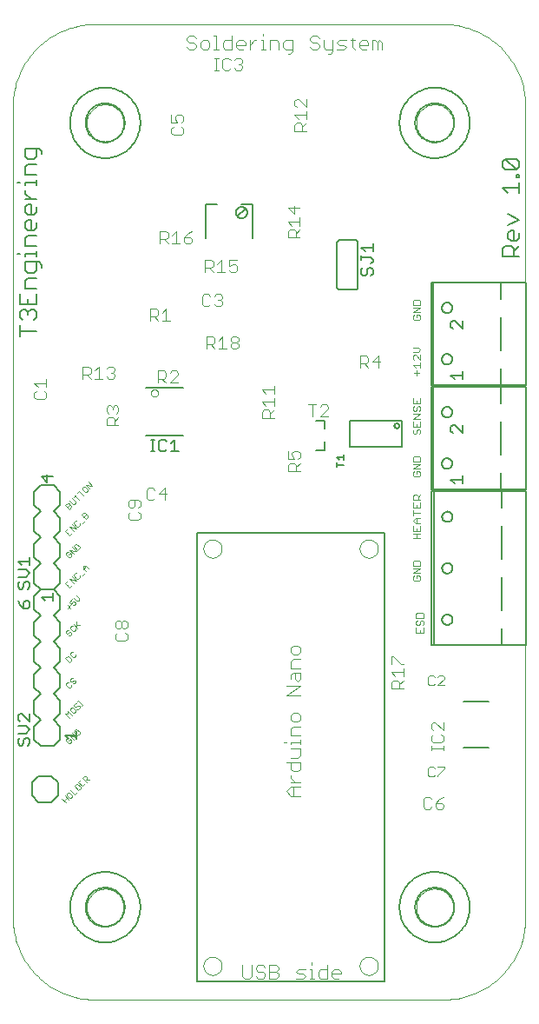
<source format=gto>
G75*
%MOIN*%
%OFA0B0*%
%FSLAX24Y24*%
%IPPOS*%
%LPD*%
%AMOC8*
5,1,8,0,0,1.08239X$1,22.5*
%
%ADD10C,0.0000*%
%ADD11C,0.0020*%
%ADD12C,0.0030*%
%ADD13C,0.0050*%
%ADD14C,0.0040*%
%ADD15C,0.0060*%
%ADD16C,0.0051*%
%ADD17C,0.0080*%
D10*
X001927Y006076D02*
X001927Y037179D01*
X001926Y037179D02*
X001928Y037289D01*
X001934Y037399D01*
X001943Y037508D01*
X001957Y037617D01*
X001974Y037726D01*
X001995Y037834D01*
X002020Y037941D01*
X002048Y038047D01*
X002080Y038152D01*
X002116Y038256D01*
X002155Y038359D01*
X002198Y038460D01*
X002245Y038560D01*
X002295Y038658D01*
X002348Y038754D01*
X002405Y038848D01*
X002465Y038940D01*
X002528Y039031D01*
X002594Y039118D01*
X002663Y039204D01*
X002735Y039287D01*
X002810Y039367D01*
X002888Y039445D01*
X002968Y039520D01*
X003051Y039592D01*
X003137Y039661D01*
X003224Y039727D01*
X003315Y039790D01*
X003407Y039850D01*
X003501Y039907D01*
X003597Y039960D01*
X003695Y040010D01*
X003795Y040057D01*
X003896Y040100D01*
X003999Y040139D01*
X004103Y040175D01*
X004208Y040207D01*
X004314Y040235D01*
X004421Y040260D01*
X004529Y040281D01*
X004638Y040298D01*
X004747Y040312D01*
X004856Y040321D01*
X004966Y040327D01*
X005076Y040329D01*
X005076Y040328D02*
X018462Y040328D01*
X018462Y040329D02*
X018572Y040327D01*
X018682Y040321D01*
X018791Y040312D01*
X018900Y040298D01*
X019009Y040281D01*
X019117Y040260D01*
X019224Y040235D01*
X019330Y040207D01*
X019435Y040175D01*
X019539Y040139D01*
X019642Y040100D01*
X019743Y040057D01*
X019843Y040010D01*
X019941Y039960D01*
X020037Y039907D01*
X020131Y039850D01*
X020223Y039790D01*
X020314Y039727D01*
X020401Y039661D01*
X020487Y039592D01*
X020570Y039520D01*
X020650Y039445D01*
X020728Y039367D01*
X020803Y039287D01*
X020875Y039204D01*
X020944Y039118D01*
X021010Y039031D01*
X021073Y038940D01*
X021133Y038848D01*
X021190Y038754D01*
X021243Y038658D01*
X021293Y038560D01*
X021340Y038460D01*
X021383Y038359D01*
X021422Y038256D01*
X021458Y038152D01*
X021490Y038047D01*
X021518Y037941D01*
X021543Y037834D01*
X021564Y037726D01*
X021581Y037617D01*
X021595Y037508D01*
X021604Y037399D01*
X021610Y037289D01*
X021612Y037179D01*
X021612Y006076D01*
X021610Y005966D01*
X021604Y005856D01*
X021595Y005747D01*
X021581Y005638D01*
X021564Y005529D01*
X021543Y005421D01*
X021518Y005314D01*
X021490Y005208D01*
X021458Y005103D01*
X021422Y004999D01*
X021383Y004896D01*
X021340Y004795D01*
X021293Y004695D01*
X021243Y004597D01*
X021190Y004501D01*
X021133Y004407D01*
X021073Y004315D01*
X021010Y004224D01*
X020944Y004137D01*
X020875Y004051D01*
X020803Y003968D01*
X020728Y003888D01*
X020650Y003810D01*
X020570Y003735D01*
X020487Y003663D01*
X020401Y003594D01*
X020314Y003528D01*
X020223Y003465D01*
X020131Y003405D01*
X020037Y003348D01*
X019941Y003295D01*
X019843Y003245D01*
X019743Y003198D01*
X019642Y003155D01*
X019539Y003116D01*
X019435Y003080D01*
X019330Y003048D01*
X019224Y003020D01*
X019117Y002995D01*
X019009Y002974D01*
X018900Y002957D01*
X018791Y002943D01*
X018682Y002934D01*
X018572Y002928D01*
X018462Y002926D01*
X018462Y002927D02*
X005076Y002927D01*
X005076Y002926D02*
X004966Y002928D01*
X004856Y002934D01*
X004747Y002943D01*
X004638Y002957D01*
X004529Y002974D01*
X004421Y002995D01*
X004314Y003020D01*
X004208Y003048D01*
X004103Y003080D01*
X003999Y003116D01*
X003896Y003155D01*
X003795Y003198D01*
X003695Y003245D01*
X003597Y003295D01*
X003501Y003348D01*
X003407Y003405D01*
X003315Y003465D01*
X003224Y003528D01*
X003137Y003594D01*
X003051Y003663D01*
X002968Y003735D01*
X002888Y003810D01*
X002810Y003888D01*
X002735Y003968D01*
X002663Y004051D01*
X002594Y004137D01*
X002528Y004224D01*
X002465Y004315D01*
X002405Y004407D01*
X002348Y004501D01*
X002295Y004597D01*
X002245Y004695D01*
X002198Y004795D01*
X002155Y004896D01*
X002116Y004999D01*
X002080Y005103D01*
X002048Y005208D01*
X002020Y005314D01*
X001995Y005421D01*
X001974Y005529D01*
X001957Y005638D01*
X001943Y005747D01*
X001934Y005856D01*
X001928Y005966D01*
X001926Y006076D01*
X004761Y006470D02*
X004763Y006523D01*
X004769Y006576D01*
X004779Y006628D01*
X004792Y006679D01*
X004810Y006729D01*
X004831Y006778D01*
X004856Y006825D01*
X004884Y006869D01*
X004916Y006912D01*
X004950Y006952D01*
X004988Y006990D01*
X005028Y007024D01*
X005071Y007056D01*
X005116Y007084D01*
X005162Y007109D01*
X005211Y007130D01*
X005261Y007148D01*
X005312Y007161D01*
X005364Y007171D01*
X005417Y007177D01*
X005470Y007179D01*
X005523Y007177D01*
X005576Y007171D01*
X005628Y007161D01*
X005679Y007148D01*
X005729Y007130D01*
X005778Y007109D01*
X005825Y007084D01*
X005869Y007056D01*
X005912Y007024D01*
X005952Y006990D01*
X005990Y006952D01*
X006024Y006912D01*
X006056Y006869D01*
X006084Y006824D01*
X006109Y006778D01*
X006130Y006729D01*
X006148Y006679D01*
X006161Y006628D01*
X006171Y006576D01*
X006177Y006523D01*
X006179Y006470D01*
X006177Y006417D01*
X006171Y006364D01*
X006161Y006312D01*
X006148Y006261D01*
X006130Y006211D01*
X006109Y006162D01*
X006084Y006115D01*
X006056Y006071D01*
X006024Y006028D01*
X005990Y005988D01*
X005952Y005950D01*
X005912Y005916D01*
X005869Y005884D01*
X005824Y005856D01*
X005778Y005831D01*
X005729Y005810D01*
X005679Y005792D01*
X005628Y005779D01*
X005576Y005769D01*
X005523Y005763D01*
X005470Y005761D01*
X005417Y005763D01*
X005364Y005769D01*
X005312Y005779D01*
X005261Y005792D01*
X005211Y005810D01*
X005162Y005831D01*
X005115Y005856D01*
X005071Y005884D01*
X005028Y005916D01*
X004988Y005950D01*
X004950Y005988D01*
X004916Y006028D01*
X004884Y006071D01*
X004856Y006116D01*
X004831Y006162D01*
X004810Y006211D01*
X004792Y006261D01*
X004779Y006312D01*
X004769Y006364D01*
X004763Y006417D01*
X004761Y006470D01*
X009245Y004220D02*
X009247Y004257D01*
X009253Y004294D01*
X009263Y004330D01*
X009276Y004365D01*
X009293Y004398D01*
X009314Y004429D01*
X009338Y004457D01*
X009365Y004483D01*
X009394Y004506D01*
X009425Y004526D01*
X009459Y004542D01*
X009494Y004555D01*
X009530Y004564D01*
X009567Y004569D01*
X009604Y004570D01*
X009641Y004567D01*
X009678Y004560D01*
X009714Y004549D01*
X009748Y004535D01*
X009781Y004517D01*
X009811Y004495D01*
X009839Y004471D01*
X009864Y004443D01*
X009887Y004413D01*
X009906Y004381D01*
X009921Y004347D01*
X009933Y004312D01*
X009941Y004276D01*
X009945Y004239D01*
X009945Y004201D01*
X009941Y004164D01*
X009933Y004128D01*
X009921Y004093D01*
X009906Y004059D01*
X009887Y004027D01*
X009864Y003997D01*
X009839Y003969D01*
X009811Y003945D01*
X009781Y003923D01*
X009748Y003905D01*
X009714Y003891D01*
X009678Y003880D01*
X009641Y003873D01*
X009604Y003870D01*
X009567Y003871D01*
X009530Y003876D01*
X009494Y003885D01*
X009459Y003898D01*
X009425Y003914D01*
X009394Y003934D01*
X009365Y003957D01*
X009338Y003983D01*
X009314Y004011D01*
X009293Y004042D01*
X009276Y004075D01*
X009263Y004110D01*
X009253Y004146D01*
X009247Y004183D01*
X009245Y004220D01*
X015245Y004220D02*
X015247Y004257D01*
X015253Y004294D01*
X015263Y004330D01*
X015276Y004365D01*
X015293Y004398D01*
X015314Y004429D01*
X015338Y004457D01*
X015365Y004483D01*
X015394Y004506D01*
X015425Y004526D01*
X015459Y004542D01*
X015494Y004555D01*
X015530Y004564D01*
X015567Y004569D01*
X015604Y004570D01*
X015641Y004567D01*
X015678Y004560D01*
X015714Y004549D01*
X015748Y004535D01*
X015781Y004517D01*
X015811Y004495D01*
X015839Y004471D01*
X015864Y004443D01*
X015887Y004413D01*
X015906Y004381D01*
X015921Y004347D01*
X015933Y004312D01*
X015941Y004276D01*
X015945Y004239D01*
X015945Y004201D01*
X015941Y004164D01*
X015933Y004128D01*
X015921Y004093D01*
X015906Y004059D01*
X015887Y004027D01*
X015864Y003997D01*
X015839Y003969D01*
X015811Y003945D01*
X015781Y003923D01*
X015748Y003905D01*
X015714Y003891D01*
X015678Y003880D01*
X015641Y003873D01*
X015604Y003870D01*
X015567Y003871D01*
X015530Y003876D01*
X015494Y003885D01*
X015459Y003898D01*
X015425Y003914D01*
X015394Y003934D01*
X015365Y003957D01*
X015338Y003983D01*
X015314Y004011D01*
X015293Y004042D01*
X015276Y004075D01*
X015263Y004110D01*
X015253Y004146D01*
X015247Y004183D01*
X015245Y004220D01*
X017418Y006470D02*
X017420Y006523D01*
X017426Y006576D01*
X017436Y006628D01*
X017449Y006679D01*
X017467Y006729D01*
X017488Y006778D01*
X017513Y006825D01*
X017541Y006869D01*
X017573Y006912D01*
X017607Y006952D01*
X017645Y006990D01*
X017685Y007024D01*
X017728Y007056D01*
X017773Y007084D01*
X017819Y007109D01*
X017868Y007130D01*
X017918Y007148D01*
X017969Y007161D01*
X018021Y007171D01*
X018074Y007177D01*
X018127Y007179D01*
X018180Y007177D01*
X018233Y007171D01*
X018285Y007161D01*
X018336Y007148D01*
X018386Y007130D01*
X018435Y007109D01*
X018482Y007084D01*
X018526Y007056D01*
X018569Y007024D01*
X018609Y006990D01*
X018647Y006952D01*
X018681Y006912D01*
X018713Y006869D01*
X018741Y006824D01*
X018766Y006778D01*
X018787Y006729D01*
X018805Y006679D01*
X018818Y006628D01*
X018828Y006576D01*
X018834Y006523D01*
X018836Y006470D01*
X018834Y006417D01*
X018828Y006364D01*
X018818Y006312D01*
X018805Y006261D01*
X018787Y006211D01*
X018766Y006162D01*
X018741Y006115D01*
X018713Y006071D01*
X018681Y006028D01*
X018647Y005988D01*
X018609Y005950D01*
X018569Y005916D01*
X018526Y005884D01*
X018481Y005856D01*
X018435Y005831D01*
X018386Y005810D01*
X018336Y005792D01*
X018285Y005779D01*
X018233Y005769D01*
X018180Y005763D01*
X018127Y005761D01*
X018074Y005763D01*
X018021Y005769D01*
X017969Y005779D01*
X017918Y005792D01*
X017868Y005810D01*
X017819Y005831D01*
X017772Y005856D01*
X017728Y005884D01*
X017685Y005916D01*
X017645Y005950D01*
X017607Y005988D01*
X017573Y006028D01*
X017541Y006071D01*
X017513Y006116D01*
X017488Y006162D01*
X017467Y006211D01*
X017449Y006261D01*
X017436Y006312D01*
X017426Y006364D01*
X017420Y006417D01*
X017418Y006470D01*
X015245Y020220D02*
X015247Y020257D01*
X015253Y020294D01*
X015263Y020330D01*
X015276Y020365D01*
X015293Y020398D01*
X015314Y020429D01*
X015338Y020457D01*
X015365Y020483D01*
X015394Y020506D01*
X015425Y020526D01*
X015459Y020542D01*
X015494Y020555D01*
X015530Y020564D01*
X015567Y020569D01*
X015604Y020570D01*
X015641Y020567D01*
X015678Y020560D01*
X015714Y020549D01*
X015748Y020535D01*
X015781Y020517D01*
X015811Y020495D01*
X015839Y020471D01*
X015864Y020443D01*
X015887Y020413D01*
X015906Y020381D01*
X015921Y020347D01*
X015933Y020312D01*
X015941Y020276D01*
X015945Y020239D01*
X015945Y020201D01*
X015941Y020164D01*
X015933Y020128D01*
X015921Y020093D01*
X015906Y020059D01*
X015887Y020027D01*
X015864Y019997D01*
X015839Y019969D01*
X015811Y019945D01*
X015781Y019923D01*
X015748Y019905D01*
X015714Y019891D01*
X015678Y019880D01*
X015641Y019873D01*
X015604Y019870D01*
X015567Y019871D01*
X015530Y019876D01*
X015494Y019885D01*
X015459Y019898D01*
X015425Y019914D01*
X015394Y019934D01*
X015365Y019957D01*
X015338Y019983D01*
X015314Y020011D01*
X015293Y020042D01*
X015276Y020075D01*
X015263Y020110D01*
X015253Y020146D01*
X015247Y020183D01*
X015245Y020220D01*
X009245Y020220D02*
X009247Y020257D01*
X009253Y020294D01*
X009263Y020330D01*
X009276Y020365D01*
X009293Y020398D01*
X009314Y020429D01*
X009338Y020457D01*
X009365Y020483D01*
X009394Y020506D01*
X009425Y020526D01*
X009459Y020542D01*
X009494Y020555D01*
X009530Y020564D01*
X009567Y020569D01*
X009604Y020570D01*
X009641Y020567D01*
X009678Y020560D01*
X009714Y020549D01*
X009748Y020535D01*
X009781Y020517D01*
X009811Y020495D01*
X009839Y020471D01*
X009864Y020443D01*
X009887Y020413D01*
X009906Y020381D01*
X009921Y020347D01*
X009933Y020312D01*
X009941Y020276D01*
X009945Y020239D01*
X009945Y020201D01*
X009941Y020164D01*
X009933Y020128D01*
X009921Y020093D01*
X009906Y020059D01*
X009887Y020027D01*
X009864Y019997D01*
X009839Y019969D01*
X009811Y019945D01*
X009781Y019923D01*
X009748Y019905D01*
X009714Y019891D01*
X009678Y019880D01*
X009641Y019873D01*
X009604Y019870D01*
X009567Y019871D01*
X009530Y019876D01*
X009494Y019885D01*
X009459Y019898D01*
X009425Y019914D01*
X009394Y019934D01*
X009365Y019957D01*
X009338Y019983D01*
X009314Y020011D01*
X009293Y020042D01*
X009276Y020075D01*
X009263Y020110D01*
X009253Y020146D01*
X009247Y020183D01*
X009245Y020220D01*
X004761Y036549D02*
X004763Y036602D01*
X004769Y036655D01*
X004779Y036707D01*
X004792Y036758D01*
X004810Y036808D01*
X004831Y036857D01*
X004856Y036904D01*
X004884Y036948D01*
X004916Y036991D01*
X004950Y037031D01*
X004988Y037069D01*
X005028Y037103D01*
X005071Y037135D01*
X005116Y037163D01*
X005162Y037188D01*
X005211Y037209D01*
X005261Y037227D01*
X005312Y037240D01*
X005364Y037250D01*
X005417Y037256D01*
X005470Y037258D01*
X005523Y037256D01*
X005576Y037250D01*
X005628Y037240D01*
X005679Y037227D01*
X005729Y037209D01*
X005778Y037188D01*
X005825Y037163D01*
X005869Y037135D01*
X005912Y037103D01*
X005952Y037069D01*
X005990Y037031D01*
X006024Y036991D01*
X006056Y036948D01*
X006084Y036903D01*
X006109Y036857D01*
X006130Y036808D01*
X006148Y036758D01*
X006161Y036707D01*
X006171Y036655D01*
X006177Y036602D01*
X006179Y036549D01*
X006177Y036496D01*
X006171Y036443D01*
X006161Y036391D01*
X006148Y036340D01*
X006130Y036290D01*
X006109Y036241D01*
X006084Y036194D01*
X006056Y036150D01*
X006024Y036107D01*
X005990Y036067D01*
X005952Y036029D01*
X005912Y035995D01*
X005869Y035963D01*
X005824Y035935D01*
X005778Y035910D01*
X005729Y035889D01*
X005679Y035871D01*
X005628Y035858D01*
X005576Y035848D01*
X005523Y035842D01*
X005470Y035840D01*
X005417Y035842D01*
X005364Y035848D01*
X005312Y035858D01*
X005261Y035871D01*
X005211Y035889D01*
X005162Y035910D01*
X005115Y035935D01*
X005071Y035963D01*
X005028Y035995D01*
X004988Y036029D01*
X004950Y036067D01*
X004916Y036107D01*
X004884Y036150D01*
X004856Y036195D01*
X004831Y036241D01*
X004810Y036290D01*
X004792Y036340D01*
X004779Y036391D01*
X004769Y036443D01*
X004763Y036496D01*
X004761Y036549D01*
X017418Y036549D02*
X017420Y036602D01*
X017426Y036655D01*
X017436Y036707D01*
X017449Y036758D01*
X017467Y036808D01*
X017488Y036857D01*
X017513Y036904D01*
X017541Y036948D01*
X017573Y036991D01*
X017607Y037031D01*
X017645Y037069D01*
X017685Y037103D01*
X017728Y037135D01*
X017773Y037163D01*
X017819Y037188D01*
X017868Y037209D01*
X017918Y037227D01*
X017969Y037240D01*
X018021Y037250D01*
X018074Y037256D01*
X018127Y037258D01*
X018180Y037256D01*
X018233Y037250D01*
X018285Y037240D01*
X018336Y037227D01*
X018386Y037209D01*
X018435Y037188D01*
X018482Y037163D01*
X018526Y037135D01*
X018569Y037103D01*
X018609Y037069D01*
X018647Y037031D01*
X018681Y036991D01*
X018713Y036948D01*
X018741Y036903D01*
X018766Y036857D01*
X018787Y036808D01*
X018805Y036758D01*
X018818Y036707D01*
X018828Y036655D01*
X018834Y036602D01*
X018836Y036549D01*
X018834Y036496D01*
X018828Y036443D01*
X018818Y036391D01*
X018805Y036340D01*
X018787Y036290D01*
X018766Y036241D01*
X018741Y036194D01*
X018713Y036150D01*
X018681Y036107D01*
X018647Y036067D01*
X018609Y036029D01*
X018569Y035995D01*
X018526Y035963D01*
X018481Y035935D01*
X018435Y035910D01*
X018386Y035889D01*
X018336Y035871D01*
X018285Y035858D01*
X018233Y035848D01*
X018180Y035842D01*
X018127Y035840D01*
X018074Y035842D01*
X018021Y035848D01*
X017969Y035858D01*
X017918Y035871D01*
X017868Y035889D01*
X017819Y035910D01*
X017772Y035935D01*
X017728Y035963D01*
X017685Y035995D01*
X017645Y036029D01*
X017607Y036067D01*
X017573Y036107D01*
X017541Y036150D01*
X017513Y036195D01*
X017488Y036241D01*
X017467Y036290D01*
X017449Y036340D01*
X017436Y036391D01*
X017426Y036443D01*
X017420Y036496D01*
X017418Y036549D01*
D11*
X007221Y026182D02*
X007223Y026205D01*
X007229Y026227D01*
X007238Y026249D01*
X007251Y026268D01*
X007266Y026285D01*
X007284Y026299D01*
X007305Y026310D01*
X007327Y026318D01*
X007349Y026322D01*
X007373Y026322D01*
X007395Y026318D01*
X007417Y026310D01*
X007438Y026299D01*
X007456Y026285D01*
X007471Y026268D01*
X007484Y026249D01*
X007493Y026227D01*
X007499Y026205D01*
X007501Y026182D01*
X007499Y026159D01*
X007493Y026137D01*
X007484Y026115D01*
X007471Y026096D01*
X007456Y026079D01*
X007438Y026065D01*
X007417Y026054D01*
X007395Y026046D01*
X007373Y026042D01*
X007349Y026042D01*
X007327Y026046D01*
X007305Y026054D01*
X007284Y026065D01*
X007266Y026079D01*
X007251Y026096D01*
X007238Y026115D01*
X007229Y026137D01*
X007223Y026159D01*
X007221Y026182D01*
X004824Y022775D02*
X004980Y022619D01*
X004721Y022671D01*
X004876Y022515D01*
X004798Y022489D02*
X004694Y022593D01*
X004642Y022593D01*
X004590Y022541D01*
X004590Y022489D01*
X004694Y022385D01*
X004746Y022385D01*
X004798Y022437D01*
X004798Y022489D01*
X004512Y022462D02*
X004408Y022359D01*
X004460Y022411D02*
X004616Y022255D01*
X004459Y022099D02*
X004304Y022254D01*
X004252Y022202D02*
X004356Y022306D01*
X004199Y022150D02*
X004329Y022020D01*
X004329Y021968D01*
X004277Y021916D01*
X004225Y021916D01*
X004096Y022046D01*
X004069Y021968D02*
X004095Y021942D01*
X004095Y021890D01*
X004017Y021812D01*
X003939Y021890D02*
X004017Y021968D01*
X004069Y021968D01*
X004095Y021890D02*
X004147Y021890D01*
X004173Y021864D01*
X004173Y021812D01*
X004095Y021734D01*
X003939Y021890D01*
X004199Y021150D02*
X004355Y020994D01*
X004096Y021046D01*
X004251Y020890D01*
X004199Y020838D02*
X004095Y020734D01*
X003939Y020890D01*
X004043Y020994D01*
X004069Y020864D02*
X004017Y020812D01*
X004330Y020405D02*
X004252Y020327D01*
X004408Y020172D01*
X004485Y020250D01*
X004485Y020301D01*
X004382Y020405D01*
X004330Y020405D01*
X004199Y020275D02*
X004355Y020119D01*
X004096Y020171D01*
X004251Y020015D01*
X004173Y019989D02*
X004121Y020041D01*
X004069Y019989D01*
X004069Y020093D02*
X004017Y020093D01*
X003965Y020041D01*
X003965Y019989D01*
X004069Y019885D01*
X004121Y019885D01*
X004173Y019937D01*
X004173Y019989D01*
X004616Y019567D02*
X004616Y019463D01*
X004720Y019359D01*
X004694Y019281D02*
X004590Y019177D01*
X004485Y019176D02*
X004485Y019125D01*
X004433Y019073D01*
X004382Y019073D01*
X004278Y019176D01*
X004278Y019228D01*
X004330Y019280D01*
X004382Y019280D01*
X004199Y019150D02*
X004355Y018994D01*
X004096Y019046D01*
X004251Y018890D01*
X004199Y018838D02*
X004095Y018734D01*
X003939Y018890D01*
X004043Y018994D01*
X004069Y018864D02*
X004017Y018812D01*
X004252Y018327D02*
X004356Y018224D01*
X004459Y018224D01*
X004459Y018327D01*
X004356Y018431D01*
X004199Y018275D02*
X004096Y018171D01*
X004173Y018093D01*
X004199Y018171D01*
X004225Y018197D01*
X004277Y018197D01*
X004329Y018145D01*
X004329Y018093D01*
X004277Y018041D01*
X004225Y018041D01*
X004121Y018041D02*
X004017Y017937D01*
X004017Y018041D02*
X004121Y017937D01*
X004356Y017431D02*
X004356Y017224D01*
X004356Y017275D02*
X004511Y017275D01*
X004408Y017172D02*
X004252Y017327D01*
X004225Y017249D02*
X004173Y017249D01*
X004122Y017197D01*
X004122Y017145D01*
X004225Y017041D01*
X004277Y017041D01*
X004329Y017093D01*
X004329Y017145D01*
X004173Y016989D02*
X004173Y016937D01*
X004121Y016885D01*
X004069Y016885D01*
X004043Y016963D02*
X004095Y017015D01*
X004147Y017015D01*
X004173Y016989D01*
X004043Y016963D02*
X003991Y016963D01*
X003965Y016989D01*
X003965Y017041D01*
X004017Y017093D01*
X004069Y017093D01*
X004173Y016249D02*
X004122Y016197D01*
X004122Y016145D01*
X004225Y016041D01*
X004277Y016041D01*
X004329Y016093D01*
X004329Y016145D01*
X004225Y016249D02*
X004173Y016249D01*
X004069Y016093D02*
X004017Y016093D01*
X003939Y016015D01*
X004095Y015859D01*
X004173Y015937D01*
X004173Y015989D01*
X004069Y016093D01*
X004173Y015249D02*
X004122Y015197D01*
X004122Y015145D01*
X004147Y015119D01*
X004199Y015119D01*
X004251Y015171D01*
X004303Y015171D01*
X004329Y015145D01*
X004329Y015093D01*
X004277Y015041D01*
X004225Y015041D01*
X004173Y014989D02*
X004173Y014937D01*
X004121Y014885D01*
X004069Y014885D01*
X003965Y014989D01*
X003965Y015041D01*
X004017Y015093D01*
X004069Y015093D01*
X004173Y015249D02*
X004225Y015249D01*
X004460Y014411D02*
X004408Y014359D01*
X004434Y014385D02*
X004590Y014229D01*
X004564Y014203D02*
X004616Y014255D01*
X004485Y014176D02*
X004485Y014125D01*
X004433Y014073D01*
X004382Y014073D01*
X004329Y014020D02*
X004225Y014124D01*
X004173Y014124D01*
X004122Y014072D01*
X004122Y014020D01*
X004225Y013916D01*
X004277Y013916D01*
X004329Y013968D01*
X004329Y014020D01*
X004304Y014150D02*
X004356Y014150D01*
X004408Y014202D01*
X004459Y014202D01*
X004485Y014176D01*
X004382Y014280D02*
X004330Y014280D01*
X004278Y014228D01*
X004278Y014176D01*
X004304Y014150D01*
X004043Y013994D02*
X004199Y013838D01*
X004095Y013734D02*
X003939Y013890D01*
X004043Y013890D01*
X004043Y013994D01*
X004330Y013280D02*
X004252Y013202D01*
X004408Y013047D01*
X004485Y013125D01*
X004485Y013176D01*
X004382Y013280D01*
X004330Y013280D01*
X004199Y013150D02*
X004355Y012994D01*
X004096Y013046D01*
X004251Y012890D01*
X004173Y012864D02*
X004121Y012916D01*
X004069Y012864D01*
X004069Y012968D02*
X004017Y012968D01*
X003965Y012916D01*
X003965Y012864D01*
X004069Y012760D01*
X004121Y012760D01*
X004173Y012812D01*
X004173Y012864D01*
X004673Y011499D02*
X004725Y011499D01*
X004777Y011447D01*
X004777Y011395D01*
X004699Y011317D01*
X004751Y011265D02*
X004596Y011421D01*
X004673Y011499D01*
X004751Y011369D02*
X004855Y011369D01*
X004699Y011213D02*
X004595Y011109D01*
X004439Y011265D01*
X004543Y011369D01*
X004569Y011239D02*
X004517Y011187D01*
X004517Y011083D02*
X004413Y011186D01*
X004361Y011186D01*
X004283Y011109D01*
X004439Y010953D01*
X004517Y011031D01*
X004517Y011083D01*
X004386Y010900D02*
X004283Y010797D01*
X004127Y010952D01*
X004100Y010874D02*
X004048Y010874D01*
X003997Y010822D01*
X003997Y010770D01*
X004100Y010666D01*
X004152Y010666D01*
X004204Y010718D01*
X004204Y010770D01*
X004100Y010874D01*
X003918Y010744D02*
X004074Y010588D01*
X003996Y010666D02*
X003892Y010562D01*
X003970Y010484D02*
X003814Y010640D01*
X004642Y019437D02*
X004746Y019541D01*
X004720Y019567D02*
X004824Y019463D01*
X004720Y019567D02*
X004616Y019567D01*
X004433Y021073D02*
X004485Y021125D01*
X004485Y021176D01*
X004590Y021177D02*
X004694Y021281D01*
X004720Y021359D02*
X004798Y021437D01*
X004798Y021489D01*
X004772Y021515D01*
X004720Y021515D01*
X004642Y021437D01*
X004564Y021515D02*
X004642Y021593D01*
X004694Y021593D01*
X004720Y021567D01*
X004720Y021515D01*
X004720Y021359D02*
X004564Y021515D01*
X004382Y021280D02*
X004330Y021280D01*
X004278Y021228D01*
X004278Y021176D01*
X004382Y021073D01*
X004433Y021073D01*
D12*
X017290Y021098D02*
X017290Y020905D01*
X017580Y020905D01*
X017580Y021098D01*
X017580Y021199D02*
X017387Y021199D01*
X017290Y021296D01*
X017387Y021393D01*
X017580Y021393D01*
X017435Y021393D02*
X017435Y021199D01*
X017435Y021001D02*
X017435Y020905D01*
X017435Y020803D02*
X017435Y020610D01*
X017580Y020610D02*
X017290Y020610D01*
X017290Y020803D02*
X017580Y020803D01*
X017290Y021494D02*
X017290Y021687D01*
X017290Y021591D02*
X017580Y021591D01*
X017580Y021789D02*
X017580Y021982D01*
X017580Y022083D02*
X017290Y022083D01*
X017290Y022228D01*
X017338Y022277D01*
X017435Y022277D01*
X017483Y022228D01*
X017483Y022083D01*
X017483Y022180D02*
X017580Y022277D01*
X017435Y021885D02*
X017435Y021789D01*
X017290Y021789D02*
X017580Y021789D01*
X017290Y021789D02*
X017290Y021982D01*
X017338Y022985D02*
X017290Y023033D01*
X017290Y023130D01*
X017338Y023178D01*
X017435Y023178D02*
X017435Y023082D01*
X017435Y023178D02*
X017532Y023178D01*
X017580Y023130D01*
X017580Y023033D01*
X017532Y022985D01*
X017338Y022985D01*
X017290Y023280D02*
X017580Y023473D01*
X017290Y023473D01*
X017290Y023574D02*
X017290Y023719D01*
X017338Y023768D01*
X017532Y023768D01*
X017580Y023719D01*
X017580Y023574D01*
X017290Y023574D01*
X017290Y023280D02*
X017580Y023280D01*
X017532Y024610D02*
X017580Y024658D01*
X017580Y024755D01*
X017532Y024803D01*
X017483Y024803D01*
X017435Y024755D01*
X017435Y024658D01*
X017387Y024610D01*
X017338Y024610D01*
X017290Y024658D01*
X017290Y024755D01*
X017338Y024803D01*
X017290Y024905D02*
X017580Y024905D01*
X017580Y025098D01*
X017580Y025199D02*
X017290Y025199D01*
X017580Y025393D01*
X017290Y025393D01*
X017338Y025494D02*
X017290Y025542D01*
X017290Y025639D01*
X017338Y025687D01*
X017435Y025639D02*
X017483Y025687D01*
X017532Y025687D01*
X017580Y025639D01*
X017580Y025542D01*
X017532Y025494D01*
X017435Y025542D02*
X017435Y025639D01*
X017435Y025542D02*
X017387Y025494D01*
X017338Y025494D01*
X017290Y025789D02*
X017580Y025789D01*
X017580Y025982D01*
X017435Y025885D02*
X017435Y025789D01*
X017290Y025789D02*
X017290Y025982D01*
X017290Y025098D02*
X017290Y024905D01*
X017435Y024905D02*
X017435Y025001D01*
X017435Y026860D02*
X017435Y027053D01*
X017387Y027155D02*
X017290Y027251D01*
X017580Y027251D01*
X017580Y027155D02*
X017580Y027348D01*
X017580Y027449D02*
X017387Y027643D01*
X017338Y027643D01*
X017290Y027594D01*
X017290Y027498D01*
X017338Y027449D01*
X017580Y027449D02*
X017580Y027643D01*
X017483Y027744D02*
X017580Y027841D01*
X017483Y027937D01*
X017290Y027937D01*
X017290Y027744D02*
X017483Y027744D01*
X017532Y026957D02*
X017338Y026957D01*
X017338Y028985D02*
X017532Y028985D01*
X017580Y029033D01*
X017580Y029130D01*
X017532Y029178D01*
X017435Y029178D01*
X017435Y029082D01*
X017338Y029178D02*
X017290Y029130D01*
X017290Y029033D01*
X017338Y028985D01*
X017290Y029280D02*
X017580Y029473D01*
X017290Y029473D01*
X017290Y029574D02*
X017290Y029719D01*
X017338Y029768D01*
X017532Y029768D01*
X017580Y029719D01*
X017580Y029574D01*
X017290Y029574D01*
X017290Y029280D02*
X017580Y029280D01*
X017532Y019768D02*
X017338Y019768D01*
X017290Y019719D01*
X017290Y019574D01*
X017580Y019574D01*
X017580Y019719D01*
X017532Y019768D01*
X017580Y019473D02*
X017290Y019473D01*
X017290Y019280D02*
X017580Y019473D01*
X017580Y019280D02*
X017290Y019280D01*
X017338Y019178D02*
X017290Y019130D01*
X017290Y019033D01*
X017338Y018985D01*
X017532Y018985D01*
X017580Y019033D01*
X017580Y019130D01*
X017532Y019178D01*
X017435Y019178D01*
X017435Y019082D01*
X017463Y017768D02*
X017415Y017719D01*
X017415Y017574D01*
X017705Y017574D01*
X017705Y017719D01*
X017657Y017768D01*
X017463Y017768D01*
X017463Y017473D02*
X017415Y017425D01*
X017415Y017328D01*
X017463Y017280D01*
X017512Y017280D01*
X017560Y017328D01*
X017560Y017425D01*
X017608Y017473D01*
X017657Y017473D01*
X017705Y017425D01*
X017705Y017328D01*
X017657Y017280D01*
X017705Y017178D02*
X017705Y016985D01*
X017415Y016985D01*
X017415Y017178D01*
X017560Y017082D02*
X017560Y016985D01*
X017940Y015345D02*
X017878Y015283D01*
X017878Y015036D01*
X017940Y014975D01*
X018063Y014975D01*
X018125Y015036D01*
X018247Y014975D02*
X018493Y015222D01*
X018493Y015283D01*
X018432Y015345D01*
X018308Y015345D01*
X018247Y015283D01*
X018125Y015283D02*
X018063Y015345D01*
X017940Y015345D01*
X018247Y014975D02*
X018493Y014975D01*
X018493Y011845D02*
X018247Y011845D01*
X018125Y011783D02*
X018063Y011845D01*
X017940Y011845D01*
X017878Y011783D01*
X017878Y011536D01*
X017940Y011475D01*
X018063Y011475D01*
X018125Y011536D01*
X018247Y011536D02*
X018247Y011475D01*
X018247Y011536D02*
X018493Y011783D01*
X018493Y011845D01*
D13*
X019240Y012590D02*
X020210Y012590D01*
X020210Y014350D02*
X019240Y014350D01*
X016195Y020820D02*
X016195Y003620D01*
X008995Y003620D01*
X008995Y020820D01*
X016195Y020820D01*
X014634Y023433D02*
X014369Y023433D01*
X014369Y023345D02*
X014369Y023521D01*
X014457Y023635D02*
X014369Y023723D01*
X014634Y023723D01*
X014634Y023635D02*
X014634Y023811D01*
X015380Y030692D02*
X015455Y030692D01*
X015530Y030767D01*
X015530Y030917D01*
X015605Y030992D01*
X015680Y030992D01*
X015755Y030917D01*
X015755Y030767D01*
X015680Y030692D01*
X015680Y031152D02*
X015755Y031227D01*
X015755Y031302D01*
X015680Y031377D01*
X015305Y031377D01*
X015305Y031302D02*
X015305Y031452D01*
X015455Y031613D02*
X015305Y031763D01*
X015755Y031763D01*
X015755Y031613D02*
X015755Y031913D01*
X015380Y030992D02*
X015305Y030917D01*
X015305Y030767D01*
X015380Y030692D01*
X018745Y028886D02*
X018745Y028736D01*
X018820Y028661D01*
X018745Y028886D02*
X018820Y028961D01*
X018895Y028961D01*
X019195Y028661D01*
X019195Y028961D01*
X019195Y027011D02*
X019195Y026711D01*
X019195Y026861D02*
X018745Y026861D01*
X018895Y026711D01*
X018895Y024961D02*
X018820Y024961D01*
X018745Y024886D01*
X018745Y024736D01*
X018820Y024661D01*
X018895Y024961D02*
X019195Y024661D01*
X019195Y024961D01*
X019195Y023011D02*
X019195Y022711D01*
X019195Y022861D02*
X018745Y022861D01*
X018895Y022711D01*
X020744Y031420D02*
X020744Y031725D01*
X020846Y031827D01*
X021050Y031827D01*
X021151Y031725D01*
X021151Y031420D01*
X021151Y031623D02*
X021355Y031827D01*
X021253Y032028D02*
X021050Y032028D01*
X020948Y032129D01*
X020948Y032333D01*
X021050Y032435D01*
X021151Y032435D01*
X021151Y032028D01*
X021253Y032028D02*
X021355Y032129D01*
X021355Y032333D01*
X021355Y032839D02*
X020948Y033042D01*
X020948Y032635D02*
X021355Y032839D01*
X021355Y033851D02*
X021355Y034258D01*
X021355Y034458D02*
X021253Y034458D01*
X021253Y034560D01*
X021355Y034560D01*
X021355Y034458D01*
X021253Y034762D02*
X021355Y034864D01*
X021355Y035068D01*
X021253Y035169D01*
X020846Y035169D01*
X021253Y034762D01*
X020846Y034762D01*
X020744Y034864D01*
X020744Y035068D01*
X020846Y035169D01*
X020744Y034054D02*
X021355Y034054D01*
X020948Y033851D02*
X020744Y034054D01*
X020744Y031420D02*
X021355Y031420D01*
X008294Y023947D02*
X007994Y023947D01*
X008144Y023947D02*
X008144Y024397D01*
X007994Y024247D01*
X007834Y024322D02*
X007759Y024397D01*
X007608Y024397D01*
X007533Y024322D01*
X007533Y024022D01*
X007608Y023947D01*
X007759Y023947D01*
X007834Y024022D01*
X007377Y023947D02*
X007226Y023947D01*
X007302Y023947D02*
X007302Y024397D01*
X007377Y024397D02*
X007226Y024397D01*
X003471Y022991D02*
X003020Y022991D01*
X003245Y022766D01*
X003245Y023067D01*
X002571Y019887D02*
X002571Y019587D01*
X002571Y019737D02*
X002120Y019737D01*
X002270Y019587D01*
X002420Y019427D02*
X002120Y019427D01*
X002120Y019127D02*
X002420Y019127D01*
X002571Y019277D01*
X002420Y019427D01*
X002420Y018967D02*
X002345Y018891D01*
X002345Y018741D01*
X002270Y018666D01*
X002195Y018666D01*
X002120Y018741D01*
X002120Y018891D01*
X002195Y018967D01*
X002420Y018967D02*
X002496Y018967D01*
X002571Y018891D01*
X002571Y018741D01*
X002496Y018666D01*
X002496Y018217D02*
X002420Y018217D01*
X002345Y018141D01*
X002345Y017916D01*
X002496Y017916D01*
X002571Y017991D01*
X002571Y018141D01*
X002496Y018217D01*
X002195Y018066D02*
X002345Y017916D01*
X002195Y018066D02*
X002120Y018217D01*
X003020Y018366D02*
X003471Y018366D01*
X003471Y018216D02*
X003471Y018517D01*
X003170Y018216D02*
X003020Y018366D01*
X002571Y013887D02*
X002571Y013587D01*
X002270Y013887D01*
X002195Y013887D01*
X002120Y013812D01*
X002120Y013662D01*
X002195Y013587D01*
X002120Y013427D02*
X002420Y013427D01*
X002571Y013277D01*
X002420Y013127D01*
X002120Y013127D01*
X002195Y012967D02*
X002120Y012891D01*
X002120Y012741D01*
X002195Y012666D01*
X002270Y012666D01*
X002345Y012741D01*
X002345Y012891D01*
X002420Y012967D01*
X002496Y012967D01*
X002571Y012891D01*
X002571Y012741D01*
X002496Y012666D01*
X003920Y013066D02*
X004371Y013066D01*
X004371Y012916D02*
X004371Y013217D01*
X004070Y012916D02*
X003920Y013066D01*
X002209Y028370D02*
X002209Y028777D01*
X002209Y028574D02*
X002820Y028574D01*
X002718Y028978D02*
X002820Y029079D01*
X002820Y029283D01*
X002718Y029385D01*
X002616Y029385D01*
X002515Y029283D01*
X002515Y029181D01*
X002515Y029283D02*
X002413Y029385D01*
X002311Y029385D01*
X002209Y029283D01*
X002209Y029079D01*
X002311Y028978D01*
X002209Y029585D02*
X002820Y029585D01*
X002820Y029992D01*
X002820Y030193D02*
X002413Y030193D01*
X002413Y030498D01*
X002515Y030600D01*
X002820Y030600D01*
X002718Y030801D02*
X002515Y030801D01*
X002413Y030903D01*
X002413Y031208D01*
X002922Y031208D01*
X003024Y031106D01*
X003024Y031004D01*
X002820Y030903D02*
X002820Y031208D01*
X002820Y031409D02*
X002820Y031612D01*
X002820Y031510D02*
X002413Y031510D01*
X002413Y031409D01*
X002209Y031510D02*
X002108Y031510D01*
X002413Y031814D02*
X002413Y032119D01*
X002515Y032221D01*
X002820Y032221D01*
X002718Y032421D02*
X002515Y032421D01*
X002413Y032523D01*
X002413Y032727D01*
X002515Y032828D01*
X002616Y032828D01*
X002616Y032421D01*
X002718Y032421D02*
X002820Y032523D01*
X002820Y032727D01*
X002718Y033029D02*
X002515Y033029D01*
X002413Y033131D01*
X002413Y033334D01*
X002515Y033436D01*
X002616Y033436D01*
X002616Y033029D01*
X002718Y033029D02*
X002820Y033131D01*
X002820Y033334D01*
X002820Y033637D02*
X002413Y033637D01*
X002413Y033840D02*
X002413Y033942D01*
X002413Y033840D02*
X002616Y033637D01*
X002413Y034143D02*
X002413Y034245D01*
X002820Y034245D01*
X002820Y034143D02*
X002820Y034347D01*
X002820Y034548D02*
X002413Y034548D01*
X002413Y034854D01*
X002515Y034955D01*
X002820Y034955D01*
X002718Y035156D02*
X002820Y035258D01*
X002820Y035563D01*
X002922Y035563D02*
X002413Y035563D01*
X002413Y035258D01*
X002515Y035156D01*
X002718Y035156D01*
X003024Y035360D02*
X003024Y035461D01*
X002922Y035563D01*
X002209Y034245D02*
X002108Y034245D01*
X002413Y031814D02*
X002820Y031814D01*
X002820Y030903D02*
X002718Y030801D01*
X002209Y029992D02*
X002209Y029585D01*
X002515Y029585D02*
X002515Y029789D01*
D14*
X003202Y026726D02*
X003202Y026419D01*
X003202Y026572D02*
X002742Y026572D01*
X002895Y026419D01*
X002818Y026265D02*
X002742Y026189D01*
X002742Y026035D01*
X002818Y025959D01*
X003125Y025959D01*
X003202Y026035D01*
X003202Y026189D01*
X003125Y026265D01*
X004609Y026740D02*
X004609Y027200D01*
X004839Y027200D01*
X004916Y027124D01*
X004916Y026970D01*
X004839Y026893D01*
X004609Y026893D01*
X004762Y026893D02*
X004916Y026740D01*
X005069Y026740D02*
X005376Y026740D01*
X005223Y026740D02*
X005223Y027200D01*
X005069Y027047D01*
X005530Y027124D02*
X005606Y027200D01*
X005760Y027200D01*
X005837Y027124D01*
X005837Y027047D01*
X005760Y026970D01*
X005837Y026893D01*
X005837Y026817D01*
X005760Y026740D01*
X005606Y026740D01*
X005530Y026817D01*
X005683Y026970D02*
X005760Y026970D01*
X005828Y025714D02*
X005905Y025714D01*
X005981Y025637D01*
X005981Y025483D01*
X005905Y025407D01*
X005981Y025253D02*
X005828Y025100D01*
X005828Y025176D02*
X005828Y024946D01*
X005981Y024946D02*
X005521Y024946D01*
X005521Y025176D01*
X005598Y025253D01*
X005751Y025253D01*
X005828Y025176D01*
X005598Y025407D02*
X005521Y025483D01*
X005521Y025637D01*
X005598Y025714D01*
X005675Y025714D01*
X005751Y025637D01*
X005828Y025714D01*
X005751Y025637D02*
X005751Y025560D01*
X007492Y026584D02*
X007492Y027044D01*
X007722Y027044D01*
X007799Y026967D01*
X007799Y026814D01*
X007722Y026737D01*
X007492Y026737D01*
X007645Y026737D02*
X007799Y026584D01*
X007952Y026584D02*
X008259Y026890D01*
X008259Y026967D01*
X008183Y027044D01*
X008029Y027044D01*
X007952Y026967D01*
X007952Y026584D02*
X008259Y026584D01*
X009363Y027896D02*
X009363Y028357D01*
X009593Y028357D01*
X009670Y028280D01*
X009670Y028127D01*
X009593Y028050D01*
X009363Y028050D01*
X009516Y028050D02*
X009670Y027896D01*
X009823Y027896D02*
X010130Y027896D01*
X009977Y027896D02*
X009977Y028357D01*
X009823Y028203D01*
X010284Y028203D02*
X010361Y028127D01*
X010514Y028127D01*
X010591Y028050D01*
X010591Y027973D01*
X010514Y027896D01*
X010361Y027896D01*
X010284Y027973D01*
X010284Y028050D01*
X010361Y028127D01*
X010284Y028203D02*
X010284Y028280D01*
X010361Y028357D01*
X010514Y028357D01*
X010591Y028280D01*
X010591Y028203D01*
X010514Y028127D01*
X009883Y029521D02*
X009729Y029521D01*
X009653Y029598D01*
X009499Y029598D02*
X009422Y029521D01*
X009269Y029521D01*
X009192Y029598D01*
X009192Y029905D01*
X009269Y029982D01*
X009422Y029982D01*
X009499Y029905D01*
X009653Y029905D02*
X009729Y029982D01*
X009883Y029982D01*
X009960Y029905D01*
X009960Y029828D01*
X009883Y029752D01*
X009960Y029675D01*
X009960Y029598D01*
X009883Y029521D01*
X009883Y029752D02*
X009806Y029752D01*
X009771Y030826D02*
X010078Y030826D01*
X009925Y030826D02*
X009925Y031286D01*
X009771Y031133D01*
X009618Y031209D02*
X009618Y031056D01*
X009541Y030979D01*
X009311Y030979D01*
X009464Y030979D02*
X009618Y030826D01*
X009311Y030826D02*
X009311Y031286D01*
X009541Y031286D01*
X009618Y031209D01*
X010232Y031286D02*
X010232Y031056D01*
X010385Y031133D01*
X010462Y031133D01*
X010539Y031056D01*
X010539Y030902D01*
X010462Y030826D01*
X010308Y030826D01*
X010232Y030902D01*
X010232Y031286D02*
X010539Y031286D01*
X008805Y032006D02*
X008805Y032082D01*
X008728Y032159D01*
X008498Y032159D01*
X008498Y032006D01*
X008575Y031929D01*
X008728Y031929D01*
X008805Y032006D01*
X008652Y032313D02*
X008805Y032389D01*
X008652Y032313D02*
X008498Y032159D01*
X008345Y031929D02*
X008038Y031929D01*
X008191Y031929D02*
X008191Y032389D01*
X008038Y032236D01*
X007884Y032313D02*
X007884Y032159D01*
X007808Y032082D01*
X007577Y032082D01*
X007577Y031929D02*
X007577Y032389D01*
X007808Y032389D01*
X007884Y032313D01*
X007731Y032082D02*
X007884Y031929D01*
X007810Y029419D02*
X007810Y028959D01*
X007657Y028959D02*
X007964Y028959D01*
X007657Y029265D02*
X007810Y029419D01*
X007503Y029342D02*
X007503Y029189D01*
X007426Y029112D01*
X007196Y029112D01*
X007196Y028959D02*
X007196Y029419D01*
X007426Y029419D01*
X007503Y029342D01*
X007350Y029112D02*
X007503Y028959D01*
X007301Y022544D02*
X007148Y022544D01*
X007071Y022467D01*
X007071Y022160D01*
X007148Y022084D01*
X007301Y022084D01*
X007378Y022160D01*
X007532Y022314D02*
X007839Y022314D01*
X007762Y022544D02*
X007532Y022314D01*
X007378Y022467D02*
X007301Y022544D01*
X007762Y022544D02*
X007762Y022084D01*
X006825Y022010D02*
X006825Y021856D01*
X006748Y021780D01*
X006748Y021626D02*
X006825Y021549D01*
X006825Y021396D01*
X006748Y021319D01*
X006441Y021319D01*
X006365Y021396D01*
X006365Y021549D01*
X006441Y021626D01*
X006441Y021780D02*
X006518Y021780D01*
X006595Y021856D01*
X006595Y022087D01*
X006748Y022087D02*
X006441Y022087D01*
X006365Y022010D01*
X006365Y021856D01*
X006441Y021780D01*
X006748Y022087D02*
X006825Y022010D01*
X006248Y017462D02*
X006325Y017385D01*
X006325Y017231D01*
X006248Y017155D01*
X006172Y017155D01*
X006095Y017231D01*
X006095Y017385D01*
X006172Y017462D01*
X006248Y017462D01*
X006095Y017385D02*
X006018Y017462D01*
X005941Y017462D01*
X005865Y017385D01*
X005865Y017231D01*
X005941Y017155D01*
X006018Y017155D01*
X006095Y017231D01*
X006248Y017001D02*
X006325Y016924D01*
X006325Y016771D01*
X006248Y016694D01*
X005941Y016694D01*
X005865Y016771D01*
X005865Y016924D01*
X005941Y017001D01*
X011490Y025240D02*
X011490Y025470D01*
X011566Y025547D01*
X011720Y025547D01*
X011797Y025470D01*
X011797Y025240D01*
X011950Y025240D02*
X011490Y025240D01*
X011797Y025393D02*
X011950Y025547D01*
X011950Y025700D02*
X011950Y026007D01*
X011950Y025854D02*
X011490Y025854D01*
X011643Y025700D01*
X011643Y026161D02*
X011490Y026314D01*
X011950Y026314D01*
X011950Y026161D02*
X011950Y026468D01*
X013272Y025741D02*
X013579Y025741D01*
X013426Y025741D02*
X013426Y025280D01*
X013733Y025280D02*
X014040Y025587D01*
X014040Y025664D01*
X013963Y025741D01*
X013810Y025741D01*
X013733Y025664D01*
X013733Y025280D02*
X014040Y025280D01*
X012873Y023962D02*
X012950Y023885D01*
X012950Y023731D01*
X012873Y023655D01*
X012720Y023655D02*
X012643Y023808D01*
X012643Y023885D01*
X012720Y023962D01*
X012873Y023962D01*
X012720Y023655D02*
X012490Y023655D01*
X012490Y023962D01*
X012566Y023501D02*
X012490Y023424D01*
X012490Y023194D01*
X012950Y023194D01*
X012797Y023194D02*
X012797Y023424D01*
X012720Y023501D01*
X012566Y023501D01*
X012797Y023348D02*
X012950Y023501D01*
X015272Y027155D02*
X015272Y027616D01*
X015503Y027616D01*
X015579Y027539D01*
X015579Y027386D01*
X015503Y027309D01*
X015272Y027309D01*
X015426Y027309D02*
X015579Y027155D01*
X015733Y027386D02*
X016040Y027386D01*
X015963Y027616D02*
X015733Y027386D01*
X015963Y027155D02*
X015963Y027616D01*
X012948Y032146D02*
X012488Y032146D01*
X012488Y032377D01*
X012564Y032453D01*
X012718Y032453D01*
X012795Y032377D01*
X012795Y032146D01*
X012795Y032300D02*
X012948Y032453D01*
X012948Y032607D02*
X012948Y032914D01*
X012948Y032760D02*
X012488Y032760D01*
X012641Y032607D01*
X012718Y033067D02*
X012718Y033374D01*
X012948Y033297D02*
X012488Y033297D01*
X012718Y033067D01*
X012740Y036234D02*
X012740Y036464D01*
X012816Y036541D01*
X012970Y036541D01*
X013047Y036464D01*
X013047Y036234D01*
X013200Y036234D02*
X012740Y036234D01*
X012893Y036694D02*
X012740Y036848D01*
X013200Y036848D01*
X013200Y037001D02*
X013200Y036694D01*
X013200Y036541D02*
X013047Y036387D01*
X013200Y037155D02*
X012893Y037462D01*
X012816Y037462D01*
X012740Y037385D01*
X012740Y037231D01*
X012816Y037155D01*
X013200Y037155D02*
X013200Y037462D01*
X012571Y039192D02*
X012484Y039192D01*
X012571Y039192D02*
X012657Y039278D01*
X012657Y039712D01*
X012397Y039712D01*
X012310Y039625D01*
X012310Y039452D01*
X012397Y039365D01*
X012657Y039365D01*
X012142Y039365D02*
X012142Y039625D01*
X012055Y039712D01*
X011795Y039712D01*
X011795Y039365D01*
X011624Y039365D02*
X011451Y039365D01*
X011538Y039365D02*
X011538Y039712D01*
X011451Y039712D01*
X011282Y039712D02*
X011195Y039712D01*
X011021Y039538D01*
X010853Y039538D02*
X010506Y039538D01*
X010506Y039452D02*
X010506Y039625D01*
X010592Y039712D01*
X010766Y039712D01*
X010853Y039625D01*
X010853Y039538D01*
X010766Y039365D02*
X010592Y039365D01*
X010506Y039452D01*
X010337Y039365D02*
X010077Y039365D01*
X009990Y039452D01*
X009990Y039625D01*
X010077Y039712D01*
X010337Y039712D01*
X010337Y039885D02*
X010337Y039365D01*
X010206Y039027D02*
X010052Y039027D01*
X009976Y038951D01*
X009976Y038644D01*
X010052Y038567D01*
X010206Y038567D01*
X010283Y038644D01*
X010436Y038644D02*
X010513Y038567D01*
X010666Y038567D01*
X010743Y038644D01*
X010743Y038720D01*
X010666Y038797D01*
X010590Y038797D01*
X010666Y038797D02*
X010743Y038874D01*
X010743Y038951D01*
X010666Y039027D01*
X010513Y039027D01*
X010436Y038951D01*
X010283Y038951D02*
X010206Y039027D01*
X009822Y039027D02*
X009669Y039027D01*
X009746Y039027D02*
X009746Y038567D01*
X009822Y038567D02*
X009669Y038567D01*
X009646Y039365D02*
X009820Y039365D01*
X009733Y039365D02*
X009733Y039885D01*
X009646Y039885D01*
X009391Y039712D02*
X009217Y039712D01*
X009131Y039625D01*
X009131Y039452D01*
X009217Y039365D01*
X009391Y039365D01*
X009478Y039452D01*
X009478Y039625D01*
X009391Y039712D01*
X008962Y039799D02*
X008875Y039885D01*
X008702Y039885D01*
X008615Y039799D01*
X008615Y039712D01*
X008702Y039625D01*
X008875Y039625D01*
X008962Y039538D01*
X008962Y039452D01*
X008875Y039365D01*
X008702Y039365D01*
X008615Y039452D01*
X008391Y036851D02*
X008238Y036851D01*
X008161Y036775D01*
X008161Y036698D01*
X008238Y036544D01*
X008007Y036544D01*
X008007Y036851D01*
X008084Y036391D02*
X008007Y036314D01*
X008007Y036161D01*
X008084Y036084D01*
X008391Y036084D01*
X008468Y036161D01*
X008468Y036314D01*
X008391Y036391D01*
X008391Y036544D02*
X008468Y036621D01*
X008468Y036775D01*
X008391Y036851D01*
X011021Y039365D02*
X011021Y039712D01*
X011538Y039885D02*
X011538Y039972D01*
X013342Y039799D02*
X013342Y039712D01*
X013428Y039625D01*
X013602Y039625D01*
X013689Y039538D01*
X013689Y039452D01*
X013602Y039365D01*
X013428Y039365D01*
X013342Y039452D01*
X013342Y039799D02*
X013428Y039885D01*
X013602Y039885D01*
X013689Y039799D01*
X013857Y039712D02*
X013857Y039452D01*
X013944Y039365D01*
X014204Y039365D01*
X014204Y039278D02*
X014118Y039192D01*
X014031Y039192D01*
X014204Y039278D02*
X014204Y039712D01*
X014373Y039625D02*
X014460Y039712D01*
X014720Y039712D01*
X014889Y039712D02*
X015062Y039712D01*
X014975Y039799D02*
X014975Y039452D01*
X015062Y039365D01*
X015232Y039452D02*
X015232Y039625D01*
X015319Y039712D01*
X015493Y039712D01*
X015579Y039625D01*
X015579Y039538D01*
X015232Y039538D01*
X015232Y039452D02*
X015319Y039365D01*
X015493Y039365D01*
X015748Y039365D02*
X015748Y039712D01*
X015835Y039712D01*
X015921Y039625D01*
X016008Y039712D01*
X016095Y039625D01*
X016095Y039365D01*
X015921Y039365D02*
X015921Y039625D01*
X014720Y039452D02*
X014633Y039538D01*
X014460Y039538D01*
X014373Y039625D01*
X014373Y039365D02*
X014633Y039365D01*
X014720Y039452D01*
X012863Y016501D02*
X012690Y016501D01*
X012603Y016414D01*
X012603Y016241D01*
X012690Y016154D01*
X012863Y016154D01*
X012950Y016241D01*
X012950Y016414D01*
X012863Y016501D01*
X012950Y015986D02*
X012690Y015986D01*
X012603Y015899D01*
X012603Y015639D01*
X012950Y015639D01*
X012950Y015470D02*
X012950Y015210D01*
X012863Y015123D01*
X012777Y015210D01*
X012777Y015470D01*
X012690Y015470D02*
X012950Y015470D01*
X012690Y015470D02*
X012603Y015383D01*
X012603Y015210D01*
X012430Y014954D02*
X012950Y014954D01*
X012430Y014607D01*
X012950Y014607D01*
X012863Y013923D02*
X012690Y013923D01*
X012603Y013836D01*
X012603Y013663D01*
X012690Y013576D01*
X012863Y013576D01*
X012950Y013663D01*
X012950Y013836D01*
X012863Y013923D01*
X012950Y013407D02*
X012690Y013407D01*
X012603Y013321D01*
X012603Y013060D01*
X012950Y013060D01*
X012950Y012890D02*
X012950Y012717D01*
X012950Y012803D02*
X012603Y012803D01*
X012603Y012717D01*
X012603Y012548D02*
X012950Y012548D01*
X012950Y012288D01*
X012863Y012201D01*
X012603Y012201D01*
X012603Y012032D02*
X012603Y011772D01*
X012690Y011685D01*
X012863Y011685D01*
X012950Y011772D01*
X012950Y012032D01*
X012430Y012032D01*
X012430Y012803D02*
X012343Y012803D01*
X012603Y011516D02*
X012603Y011429D01*
X012777Y011256D01*
X012950Y011256D02*
X012603Y011256D01*
X012603Y011087D02*
X012430Y010913D01*
X012603Y010740D01*
X012950Y010740D01*
X012690Y010740D02*
X012690Y011087D01*
X012603Y011087D02*
X012950Y011087D01*
X016455Y014865D02*
X016455Y015095D01*
X016532Y015172D01*
X016685Y015172D01*
X016762Y015095D01*
X016762Y014865D01*
X016762Y015018D02*
X016916Y015172D01*
X016916Y015325D02*
X016916Y015632D01*
X016916Y015479D02*
X016455Y015479D01*
X016609Y015325D01*
X016455Y014865D02*
X016916Y014865D01*
X016916Y015786D02*
X016839Y015786D01*
X016532Y016093D01*
X016455Y016093D01*
X016455Y015786D01*
X018066Y013564D02*
X017990Y013488D01*
X017990Y013334D01*
X018066Y013257D01*
X018066Y013104D02*
X017990Y013027D01*
X017990Y012874D01*
X018066Y012797D01*
X018373Y012797D01*
X018450Y012874D01*
X018450Y013027D01*
X018373Y013104D01*
X018450Y013257D02*
X018143Y013564D01*
X018066Y013564D01*
X018450Y013564D02*
X018450Y013257D01*
X018450Y012643D02*
X018450Y012490D01*
X018450Y012567D02*
X017990Y012567D01*
X017990Y012643D02*
X017990Y012490D01*
X017924Y010700D02*
X017771Y010700D01*
X017694Y010624D01*
X017694Y010317D01*
X017771Y010240D01*
X017924Y010240D01*
X018001Y010317D01*
X018155Y010317D02*
X018155Y010470D01*
X018385Y010470D01*
X018462Y010393D01*
X018462Y010317D01*
X018385Y010240D01*
X018231Y010240D01*
X018155Y010317D01*
X018155Y010470D02*
X018308Y010624D01*
X018462Y010700D01*
X018001Y010624D02*
X017924Y010700D01*
X014438Y004087D02*
X014525Y004000D01*
X014525Y003913D01*
X014178Y003913D01*
X014178Y003827D02*
X014178Y004000D01*
X014264Y004087D01*
X014438Y004087D01*
X014438Y003740D02*
X014264Y003740D01*
X014178Y003827D01*
X014009Y003740D02*
X013749Y003740D01*
X013662Y003827D01*
X013662Y004000D01*
X013749Y004087D01*
X014009Y004087D01*
X014009Y004260D02*
X014009Y003740D01*
X013492Y003740D02*
X013318Y003740D01*
X013405Y003740D02*
X013405Y004087D01*
X013318Y004087D01*
X013150Y004087D02*
X012889Y004087D01*
X012803Y004000D01*
X012889Y003913D01*
X013063Y003913D01*
X013150Y003827D01*
X013063Y003740D01*
X012803Y003740D01*
X013405Y004260D02*
X013405Y004347D01*
X012118Y004174D02*
X012118Y004087D01*
X012032Y004000D01*
X011771Y004000D01*
X011603Y003913D02*
X011603Y003827D01*
X011516Y003740D01*
X011342Y003740D01*
X011256Y003827D01*
X011087Y003827D02*
X011087Y004260D01*
X011256Y004174D02*
X011256Y004087D01*
X011342Y004000D01*
X011516Y004000D01*
X011603Y003913D01*
X011771Y003740D02*
X011771Y004260D01*
X012032Y004260D01*
X012118Y004174D01*
X012032Y004000D02*
X012118Y003913D01*
X012118Y003827D01*
X012032Y003740D01*
X011771Y003740D01*
X011603Y004174D02*
X011516Y004260D01*
X011342Y004260D01*
X011256Y004174D01*
X011087Y003827D02*
X011000Y003740D01*
X010827Y003740D01*
X010740Y003827D01*
X010740Y004260D01*
D15*
X004120Y006470D02*
X004122Y006543D01*
X004128Y006616D01*
X004138Y006688D01*
X004152Y006760D01*
X004169Y006831D01*
X004191Y006901D01*
X004216Y006970D01*
X004245Y007037D01*
X004277Y007102D01*
X004313Y007166D01*
X004353Y007228D01*
X004395Y007287D01*
X004441Y007344D01*
X004490Y007398D01*
X004542Y007450D01*
X004596Y007499D01*
X004653Y007545D01*
X004712Y007587D01*
X004774Y007627D01*
X004838Y007663D01*
X004903Y007695D01*
X004970Y007724D01*
X005039Y007749D01*
X005109Y007771D01*
X005180Y007788D01*
X005252Y007802D01*
X005324Y007812D01*
X005397Y007818D01*
X005470Y007820D01*
X005543Y007818D01*
X005616Y007812D01*
X005688Y007802D01*
X005760Y007788D01*
X005831Y007771D01*
X005901Y007749D01*
X005970Y007724D01*
X006037Y007695D01*
X006102Y007663D01*
X006166Y007627D01*
X006228Y007587D01*
X006287Y007545D01*
X006344Y007499D01*
X006398Y007450D01*
X006450Y007398D01*
X006499Y007344D01*
X006545Y007287D01*
X006587Y007228D01*
X006627Y007166D01*
X006663Y007102D01*
X006695Y007037D01*
X006724Y006970D01*
X006749Y006901D01*
X006771Y006831D01*
X006788Y006760D01*
X006802Y006688D01*
X006812Y006616D01*
X006818Y006543D01*
X006820Y006470D01*
X006818Y006397D01*
X006812Y006324D01*
X006802Y006252D01*
X006788Y006180D01*
X006771Y006109D01*
X006749Y006039D01*
X006724Y005970D01*
X006695Y005903D01*
X006663Y005838D01*
X006627Y005774D01*
X006587Y005712D01*
X006545Y005653D01*
X006499Y005596D01*
X006450Y005542D01*
X006398Y005490D01*
X006344Y005441D01*
X006287Y005395D01*
X006228Y005353D01*
X006166Y005313D01*
X006102Y005277D01*
X006037Y005245D01*
X005970Y005216D01*
X005901Y005191D01*
X005831Y005169D01*
X005760Y005152D01*
X005688Y005138D01*
X005616Y005128D01*
X005543Y005122D01*
X005470Y005120D01*
X005397Y005122D01*
X005324Y005128D01*
X005252Y005138D01*
X005180Y005152D01*
X005109Y005169D01*
X005039Y005191D01*
X004970Y005216D01*
X004903Y005245D01*
X004838Y005277D01*
X004774Y005313D01*
X004712Y005353D01*
X004653Y005395D01*
X004596Y005441D01*
X004542Y005490D01*
X004490Y005542D01*
X004441Y005596D01*
X004395Y005653D01*
X004353Y005712D01*
X004313Y005774D01*
X004277Y005838D01*
X004245Y005903D01*
X004216Y005970D01*
X004191Y006039D01*
X004169Y006109D01*
X004152Y006180D01*
X004138Y006252D01*
X004128Y006324D01*
X004122Y006397D01*
X004120Y006470D01*
X003496Y012641D02*
X002996Y012641D01*
X002746Y012891D01*
X002746Y013391D01*
X002996Y013641D01*
X002746Y013891D01*
X002746Y014391D01*
X002996Y014641D01*
X002746Y014891D01*
X002746Y015391D01*
X002996Y015641D01*
X002746Y015891D01*
X002746Y016391D01*
X002996Y016641D01*
X002746Y016891D01*
X002746Y017391D01*
X002996Y017641D01*
X002746Y017891D01*
X002746Y018391D01*
X002996Y018641D01*
X003496Y018641D01*
X003746Y018391D01*
X003746Y017891D01*
X003496Y017641D01*
X003746Y017391D01*
X003746Y016891D01*
X003496Y016641D01*
X003746Y016391D01*
X003746Y015891D01*
X003496Y015641D01*
X003746Y015391D01*
X003746Y014891D01*
X003496Y014641D01*
X003746Y014391D01*
X003746Y013891D01*
X003496Y013641D01*
X003746Y013391D01*
X003746Y012891D01*
X003496Y012641D01*
X003496Y018641D02*
X002996Y018641D01*
X002746Y018891D01*
X002746Y019391D01*
X002996Y019641D01*
X002746Y019891D01*
X002746Y020391D01*
X002996Y020641D01*
X002746Y020891D01*
X002746Y021391D01*
X002996Y021641D01*
X002746Y021891D01*
X002746Y022391D01*
X002996Y022641D01*
X003496Y022641D01*
X003746Y022391D01*
X003746Y021891D01*
X003496Y021641D01*
X003746Y021391D01*
X003746Y020891D01*
X003496Y020641D01*
X003746Y020391D01*
X003746Y019891D01*
X003496Y019641D01*
X003746Y019391D01*
X003746Y018891D01*
X003496Y018641D01*
X007042Y024542D02*
X008461Y024542D01*
X008461Y026402D02*
X007042Y026402D01*
X004120Y036549D02*
X004122Y036622D01*
X004128Y036695D01*
X004138Y036767D01*
X004152Y036839D01*
X004169Y036910D01*
X004191Y036980D01*
X004216Y037049D01*
X004245Y037116D01*
X004277Y037181D01*
X004313Y037245D01*
X004353Y037307D01*
X004395Y037366D01*
X004441Y037423D01*
X004490Y037477D01*
X004542Y037529D01*
X004596Y037578D01*
X004653Y037624D01*
X004712Y037666D01*
X004774Y037706D01*
X004838Y037742D01*
X004903Y037774D01*
X004970Y037803D01*
X005039Y037828D01*
X005109Y037850D01*
X005180Y037867D01*
X005252Y037881D01*
X005324Y037891D01*
X005397Y037897D01*
X005470Y037899D01*
X005543Y037897D01*
X005616Y037891D01*
X005688Y037881D01*
X005760Y037867D01*
X005831Y037850D01*
X005901Y037828D01*
X005970Y037803D01*
X006037Y037774D01*
X006102Y037742D01*
X006166Y037706D01*
X006228Y037666D01*
X006287Y037624D01*
X006344Y037578D01*
X006398Y037529D01*
X006450Y037477D01*
X006499Y037423D01*
X006545Y037366D01*
X006587Y037307D01*
X006627Y037245D01*
X006663Y037181D01*
X006695Y037116D01*
X006724Y037049D01*
X006749Y036980D01*
X006771Y036910D01*
X006788Y036839D01*
X006802Y036767D01*
X006812Y036695D01*
X006818Y036622D01*
X006820Y036549D01*
X006818Y036476D01*
X006812Y036403D01*
X006802Y036331D01*
X006788Y036259D01*
X006771Y036188D01*
X006749Y036118D01*
X006724Y036049D01*
X006695Y035982D01*
X006663Y035917D01*
X006627Y035853D01*
X006587Y035791D01*
X006545Y035732D01*
X006499Y035675D01*
X006450Y035621D01*
X006398Y035569D01*
X006344Y035520D01*
X006287Y035474D01*
X006228Y035432D01*
X006166Y035392D01*
X006102Y035356D01*
X006037Y035324D01*
X005970Y035295D01*
X005901Y035270D01*
X005831Y035248D01*
X005760Y035231D01*
X005688Y035217D01*
X005616Y035207D01*
X005543Y035201D01*
X005470Y035199D01*
X005397Y035201D01*
X005324Y035207D01*
X005252Y035217D01*
X005180Y035231D01*
X005109Y035248D01*
X005039Y035270D01*
X004970Y035295D01*
X004903Y035324D01*
X004838Y035356D01*
X004774Y035392D01*
X004712Y035432D01*
X004653Y035474D01*
X004596Y035520D01*
X004542Y035569D01*
X004490Y035621D01*
X004441Y035675D01*
X004395Y035732D01*
X004353Y035791D01*
X004313Y035853D01*
X004277Y035917D01*
X004245Y035982D01*
X004216Y036049D01*
X004191Y036118D01*
X004169Y036188D01*
X004152Y036259D01*
X004138Y036331D01*
X004128Y036403D01*
X004122Y036476D01*
X004120Y036549D01*
X013562Y025123D02*
X013895Y025123D01*
X013895Y024821D01*
X013895Y024313D02*
X013895Y024003D01*
X013562Y024003D01*
X014480Y030148D02*
X015080Y030148D01*
X015097Y030150D01*
X015114Y030154D01*
X015130Y030161D01*
X015144Y030171D01*
X015157Y030184D01*
X015167Y030198D01*
X015174Y030214D01*
X015178Y030231D01*
X015180Y030248D01*
X015180Y031948D01*
X015178Y031965D01*
X015174Y031982D01*
X015167Y031998D01*
X015157Y032012D01*
X015144Y032025D01*
X015130Y032035D01*
X015114Y032042D01*
X015097Y032046D01*
X015080Y032048D01*
X014480Y032048D01*
X014463Y032046D01*
X014446Y032042D01*
X014430Y032035D01*
X014416Y032025D01*
X014403Y032012D01*
X014393Y031998D01*
X014386Y031982D01*
X014382Y031965D01*
X014380Y031948D01*
X014380Y030248D01*
X014382Y030231D01*
X014386Y030214D01*
X014393Y030198D01*
X014403Y030184D01*
X014416Y030171D01*
X014430Y030161D01*
X014446Y030154D01*
X014463Y030150D01*
X014480Y030148D01*
X018000Y030436D02*
X018000Y026506D01*
X018080Y026506D01*
X018080Y030436D01*
X020680Y030436D01*
X021620Y030436D01*
X021620Y026506D01*
X020680Y026506D01*
X018080Y026506D01*
X018080Y026436D02*
X020680Y026436D01*
X021620Y026436D01*
X021620Y022506D01*
X020680Y022506D01*
X018080Y022506D01*
X018000Y022506D01*
X018000Y026436D01*
X018080Y026436D01*
X018080Y022506D01*
X018088Y022422D02*
X020688Y022422D01*
X021628Y022422D01*
X021628Y016522D01*
X020688Y016522D01*
X018088Y016522D01*
X018008Y016522D01*
X018008Y022422D01*
X018088Y022422D01*
X018088Y016522D01*
X018408Y017501D02*
X018410Y017529D01*
X018416Y017556D01*
X018425Y017582D01*
X018438Y017607D01*
X018455Y017630D01*
X018474Y017650D01*
X018496Y017667D01*
X018520Y017681D01*
X018546Y017691D01*
X018573Y017698D01*
X018601Y017701D01*
X018629Y017700D01*
X018656Y017695D01*
X018683Y017686D01*
X018708Y017674D01*
X018731Y017659D01*
X018752Y017640D01*
X018770Y017619D01*
X018785Y017595D01*
X018796Y017569D01*
X018804Y017543D01*
X018808Y017515D01*
X018808Y017487D01*
X018804Y017459D01*
X018796Y017433D01*
X018785Y017407D01*
X018770Y017383D01*
X018752Y017362D01*
X018731Y017343D01*
X018708Y017328D01*
X018683Y017316D01*
X018656Y017307D01*
X018629Y017302D01*
X018601Y017301D01*
X018573Y017304D01*
X018546Y017311D01*
X018520Y017321D01*
X018496Y017335D01*
X018474Y017352D01*
X018455Y017372D01*
X018438Y017395D01*
X018425Y017420D01*
X018416Y017446D01*
X018410Y017473D01*
X018408Y017501D01*
X018408Y019471D02*
X018410Y019499D01*
X018416Y019526D01*
X018425Y019552D01*
X018438Y019577D01*
X018455Y019600D01*
X018474Y019620D01*
X018496Y019637D01*
X018520Y019651D01*
X018546Y019661D01*
X018573Y019668D01*
X018601Y019671D01*
X018629Y019670D01*
X018656Y019665D01*
X018683Y019656D01*
X018708Y019644D01*
X018731Y019629D01*
X018752Y019610D01*
X018770Y019589D01*
X018785Y019565D01*
X018796Y019539D01*
X018804Y019513D01*
X018808Y019485D01*
X018808Y019457D01*
X018804Y019429D01*
X018796Y019403D01*
X018785Y019377D01*
X018770Y019353D01*
X018752Y019332D01*
X018731Y019313D01*
X018708Y019298D01*
X018683Y019286D01*
X018656Y019277D01*
X018629Y019272D01*
X018601Y019271D01*
X018573Y019274D01*
X018546Y019281D01*
X018520Y019291D01*
X018496Y019305D01*
X018474Y019322D01*
X018455Y019342D01*
X018438Y019365D01*
X018425Y019390D01*
X018416Y019416D01*
X018410Y019443D01*
X018408Y019471D01*
X018408Y021441D02*
X018410Y021469D01*
X018416Y021496D01*
X018425Y021522D01*
X018438Y021547D01*
X018455Y021570D01*
X018474Y021590D01*
X018496Y021607D01*
X018520Y021621D01*
X018546Y021631D01*
X018573Y021638D01*
X018601Y021641D01*
X018629Y021640D01*
X018656Y021635D01*
X018683Y021626D01*
X018708Y021614D01*
X018731Y021599D01*
X018752Y021580D01*
X018770Y021559D01*
X018785Y021535D01*
X018796Y021509D01*
X018804Y021483D01*
X018808Y021455D01*
X018808Y021427D01*
X018804Y021399D01*
X018796Y021373D01*
X018785Y021347D01*
X018770Y021323D01*
X018752Y021302D01*
X018731Y021283D01*
X018708Y021268D01*
X018683Y021256D01*
X018656Y021247D01*
X018629Y021242D01*
X018601Y021241D01*
X018573Y021244D01*
X018546Y021251D01*
X018520Y021261D01*
X018496Y021275D01*
X018474Y021292D01*
X018455Y021312D01*
X018438Y021335D01*
X018425Y021360D01*
X018416Y021386D01*
X018410Y021413D01*
X018408Y021441D01*
X018400Y023486D02*
X018402Y023514D01*
X018408Y023541D01*
X018417Y023567D01*
X018430Y023592D01*
X018447Y023615D01*
X018466Y023635D01*
X018488Y023652D01*
X018512Y023666D01*
X018538Y023676D01*
X018565Y023683D01*
X018593Y023686D01*
X018621Y023685D01*
X018648Y023680D01*
X018675Y023671D01*
X018700Y023659D01*
X018723Y023644D01*
X018744Y023625D01*
X018762Y023604D01*
X018777Y023580D01*
X018788Y023554D01*
X018796Y023528D01*
X018800Y023500D01*
X018800Y023472D01*
X018796Y023444D01*
X018788Y023418D01*
X018777Y023392D01*
X018762Y023368D01*
X018744Y023347D01*
X018723Y023328D01*
X018700Y023313D01*
X018675Y023301D01*
X018648Y023292D01*
X018621Y023287D01*
X018593Y023286D01*
X018565Y023289D01*
X018538Y023296D01*
X018512Y023306D01*
X018488Y023320D01*
X018466Y023337D01*
X018447Y023357D01*
X018430Y023380D01*
X018417Y023405D01*
X018408Y023431D01*
X018402Y023458D01*
X018400Y023486D01*
X018400Y025456D02*
X018402Y025484D01*
X018408Y025511D01*
X018417Y025537D01*
X018430Y025562D01*
X018447Y025585D01*
X018466Y025605D01*
X018488Y025622D01*
X018512Y025636D01*
X018538Y025646D01*
X018565Y025653D01*
X018593Y025656D01*
X018621Y025655D01*
X018648Y025650D01*
X018675Y025641D01*
X018700Y025629D01*
X018723Y025614D01*
X018744Y025595D01*
X018762Y025574D01*
X018777Y025550D01*
X018788Y025524D01*
X018796Y025498D01*
X018800Y025470D01*
X018800Y025442D01*
X018796Y025414D01*
X018788Y025388D01*
X018777Y025362D01*
X018762Y025338D01*
X018744Y025317D01*
X018723Y025298D01*
X018700Y025283D01*
X018675Y025271D01*
X018648Y025262D01*
X018621Y025257D01*
X018593Y025256D01*
X018565Y025259D01*
X018538Y025266D01*
X018512Y025276D01*
X018488Y025290D01*
X018466Y025307D01*
X018447Y025327D01*
X018430Y025350D01*
X018417Y025375D01*
X018408Y025401D01*
X018402Y025428D01*
X018400Y025456D01*
X018400Y027486D02*
X018402Y027514D01*
X018408Y027541D01*
X018417Y027567D01*
X018430Y027592D01*
X018447Y027615D01*
X018466Y027635D01*
X018488Y027652D01*
X018512Y027666D01*
X018538Y027676D01*
X018565Y027683D01*
X018593Y027686D01*
X018621Y027685D01*
X018648Y027680D01*
X018675Y027671D01*
X018700Y027659D01*
X018723Y027644D01*
X018744Y027625D01*
X018762Y027604D01*
X018777Y027580D01*
X018788Y027554D01*
X018796Y027528D01*
X018800Y027500D01*
X018800Y027472D01*
X018796Y027444D01*
X018788Y027418D01*
X018777Y027392D01*
X018762Y027368D01*
X018744Y027347D01*
X018723Y027328D01*
X018700Y027313D01*
X018675Y027301D01*
X018648Y027292D01*
X018621Y027287D01*
X018593Y027286D01*
X018565Y027289D01*
X018538Y027296D01*
X018512Y027306D01*
X018488Y027320D01*
X018466Y027337D01*
X018447Y027357D01*
X018430Y027380D01*
X018417Y027405D01*
X018408Y027431D01*
X018402Y027458D01*
X018400Y027486D01*
X018400Y029456D02*
X018402Y029484D01*
X018408Y029511D01*
X018417Y029537D01*
X018430Y029562D01*
X018447Y029585D01*
X018466Y029605D01*
X018488Y029622D01*
X018512Y029636D01*
X018538Y029646D01*
X018565Y029653D01*
X018593Y029656D01*
X018621Y029655D01*
X018648Y029650D01*
X018675Y029641D01*
X018700Y029629D01*
X018723Y029614D01*
X018744Y029595D01*
X018762Y029574D01*
X018777Y029550D01*
X018788Y029524D01*
X018796Y029498D01*
X018800Y029470D01*
X018800Y029442D01*
X018796Y029414D01*
X018788Y029388D01*
X018777Y029362D01*
X018762Y029338D01*
X018744Y029317D01*
X018723Y029298D01*
X018700Y029283D01*
X018675Y029271D01*
X018648Y029262D01*
X018621Y029257D01*
X018593Y029256D01*
X018565Y029259D01*
X018538Y029266D01*
X018512Y029276D01*
X018488Y029290D01*
X018466Y029307D01*
X018447Y029327D01*
X018430Y029350D01*
X018417Y029375D01*
X018408Y029401D01*
X018402Y029428D01*
X018400Y029456D01*
X018080Y030436D02*
X018000Y030436D01*
X020680Y030436D02*
X020680Y029806D01*
X020680Y029106D02*
X020680Y027836D01*
X020680Y027136D02*
X020680Y026506D01*
X020680Y026436D02*
X020680Y025806D01*
X020680Y025106D02*
X020680Y023836D01*
X020680Y023136D02*
X020680Y022506D01*
X020688Y022422D02*
X020688Y021792D01*
X020688Y021092D02*
X020688Y019822D01*
X020688Y019122D02*
X020688Y017851D01*
X020688Y017151D02*
X020688Y016522D01*
X016777Y006470D02*
X016779Y006543D01*
X016785Y006616D01*
X016795Y006688D01*
X016809Y006760D01*
X016826Y006831D01*
X016848Y006901D01*
X016873Y006970D01*
X016902Y007037D01*
X016934Y007102D01*
X016970Y007166D01*
X017010Y007228D01*
X017052Y007287D01*
X017098Y007344D01*
X017147Y007398D01*
X017199Y007450D01*
X017253Y007499D01*
X017310Y007545D01*
X017369Y007587D01*
X017431Y007627D01*
X017495Y007663D01*
X017560Y007695D01*
X017627Y007724D01*
X017696Y007749D01*
X017766Y007771D01*
X017837Y007788D01*
X017909Y007802D01*
X017981Y007812D01*
X018054Y007818D01*
X018127Y007820D01*
X018200Y007818D01*
X018273Y007812D01*
X018345Y007802D01*
X018417Y007788D01*
X018488Y007771D01*
X018558Y007749D01*
X018627Y007724D01*
X018694Y007695D01*
X018759Y007663D01*
X018823Y007627D01*
X018885Y007587D01*
X018944Y007545D01*
X019001Y007499D01*
X019055Y007450D01*
X019107Y007398D01*
X019156Y007344D01*
X019202Y007287D01*
X019244Y007228D01*
X019284Y007166D01*
X019320Y007102D01*
X019352Y007037D01*
X019381Y006970D01*
X019406Y006901D01*
X019428Y006831D01*
X019445Y006760D01*
X019459Y006688D01*
X019469Y006616D01*
X019475Y006543D01*
X019477Y006470D01*
X019475Y006397D01*
X019469Y006324D01*
X019459Y006252D01*
X019445Y006180D01*
X019428Y006109D01*
X019406Y006039D01*
X019381Y005970D01*
X019352Y005903D01*
X019320Y005838D01*
X019284Y005774D01*
X019244Y005712D01*
X019202Y005653D01*
X019156Y005596D01*
X019107Y005542D01*
X019055Y005490D01*
X019001Y005441D01*
X018944Y005395D01*
X018885Y005353D01*
X018823Y005313D01*
X018759Y005277D01*
X018694Y005245D01*
X018627Y005216D01*
X018558Y005191D01*
X018488Y005169D01*
X018417Y005152D01*
X018345Y005138D01*
X018273Y005128D01*
X018200Y005122D01*
X018127Y005120D01*
X018054Y005122D01*
X017981Y005128D01*
X017909Y005138D01*
X017837Y005152D01*
X017766Y005169D01*
X017696Y005191D01*
X017627Y005216D01*
X017560Y005245D01*
X017495Y005277D01*
X017431Y005313D01*
X017369Y005353D01*
X017310Y005395D01*
X017253Y005441D01*
X017199Y005490D01*
X017147Y005542D01*
X017098Y005596D01*
X017052Y005653D01*
X017010Y005712D01*
X016970Y005774D01*
X016934Y005838D01*
X016902Y005903D01*
X016873Y005970D01*
X016848Y006039D01*
X016826Y006109D01*
X016809Y006180D01*
X016795Y006252D01*
X016785Y006324D01*
X016779Y006397D01*
X016777Y006470D01*
X016777Y036549D02*
X016779Y036622D01*
X016785Y036695D01*
X016795Y036767D01*
X016809Y036839D01*
X016826Y036910D01*
X016848Y036980D01*
X016873Y037049D01*
X016902Y037116D01*
X016934Y037181D01*
X016970Y037245D01*
X017010Y037307D01*
X017052Y037366D01*
X017098Y037423D01*
X017147Y037477D01*
X017199Y037529D01*
X017253Y037578D01*
X017310Y037624D01*
X017369Y037666D01*
X017431Y037706D01*
X017495Y037742D01*
X017560Y037774D01*
X017627Y037803D01*
X017696Y037828D01*
X017766Y037850D01*
X017837Y037867D01*
X017909Y037881D01*
X017981Y037891D01*
X018054Y037897D01*
X018127Y037899D01*
X018200Y037897D01*
X018273Y037891D01*
X018345Y037881D01*
X018417Y037867D01*
X018488Y037850D01*
X018558Y037828D01*
X018627Y037803D01*
X018694Y037774D01*
X018759Y037742D01*
X018823Y037706D01*
X018885Y037666D01*
X018944Y037624D01*
X019001Y037578D01*
X019055Y037529D01*
X019107Y037477D01*
X019156Y037423D01*
X019202Y037366D01*
X019244Y037307D01*
X019284Y037245D01*
X019320Y037181D01*
X019352Y037116D01*
X019381Y037049D01*
X019406Y036980D01*
X019428Y036910D01*
X019445Y036839D01*
X019459Y036767D01*
X019469Y036695D01*
X019475Y036622D01*
X019477Y036549D01*
X019475Y036476D01*
X019469Y036403D01*
X019459Y036331D01*
X019445Y036259D01*
X019428Y036188D01*
X019406Y036118D01*
X019381Y036049D01*
X019352Y035982D01*
X019320Y035917D01*
X019284Y035853D01*
X019244Y035791D01*
X019202Y035732D01*
X019156Y035675D01*
X019107Y035621D01*
X019055Y035569D01*
X019001Y035520D01*
X018944Y035474D01*
X018885Y035432D01*
X018823Y035392D01*
X018759Y035356D01*
X018694Y035324D01*
X018627Y035295D01*
X018558Y035270D01*
X018488Y035248D01*
X018417Y035231D01*
X018345Y035217D01*
X018273Y035207D01*
X018200Y035201D01*
X018127Y035199D01*
X018054Y035201D01*
X017981Y035207D01*
X017909Y035217D01*
X017837Y035231D01*
X017766Y035248D01*
X017696Y035270D01*
X017627Y035295D01*
X017560Y035324D01*
X017495Y035356D01*
X017431Y035392D01*
X017369Y035432D01*
X017310Y035474D01*
X017253Y035520D01*
X017199Y035569D01*
X017147Y035621D01*
X017098Y035675D01*
X017052Y035732D01*
X017010Y035791D01*
X016970Y035853D01*
X016934Y035917D01*
X016902Y035982D01*
X016873Y036049D01*
X016848Y036118D01*
X016826Y036188D01*
X016809Y036259D01*
X016795Y036331D01*
X016785Y036403D01*
X016779Y036476D01*
X016777Y036549D01*
D16*
X016877Y025135D02*
X014877Y025135D01*
X014877Y024135D01*
X016877Y024135D01*
X016877Y025135D01*
X016577Y024935D02*
X016579Y024955D01*
X016585Y024973D01*
X016594Y024991D01*
X016606Y025006D01*
X016621Y025018D01*
X016639Y025027D01*
X016657Y025033D01*
X016677Y025035D01*
X016697Y025033D01*
X016715Y025027D01*
X016733Y025018D01*
X016748Y025006D01*
X016760Y024991D01*
X016769Y024973D01*
X016775Y024955D01*
X016777Y024935D01*
X016775Y024915D01*
X016769Y024897D01*
X016760Y024879D01*
X016748Y024864D01*
X016733Y024852D01*
X016715Y024843D01*
X016697Y024837D01*
X016677Y024835D01*
X016657Y024837D01*
X016639Y024843D01*
X016621Y024852D01*
X016606Y024864D01*
X016594Y024879D01*
X016585Y024897D01*
X016579Y024915D01*
X016577Y024935D01*
D17*
X011141Y032134D02*
X011141Y033424D01*
X010708Y033424D01*
X010836Y033237D02*
X010580Y032981D01*
X010491Y033109D02*
X010493Y033138D01*
X010499Y033166D01*
X010508Y033194D01*
X010521Y033220D01*
X010538Y033243D01*
X010557Y033265D01*
X010579Y033284D01*
X010604Y033299D01*
X010630Y033312D01*
X010658Y033320D01*
X010686Y033325D01*
X010715Y033326D01*
X010744Y033323D01*
X010772Y033316D01*
X010799Y033306D01*
X010825Y033292D01*
X010848Y033275D01*
X010869Y033255D01*
X010887Y033232D01*
X010902Y033207D01*
X010913Y033180D01*
X010921Y033152D01*
X010925Y033123D01*
X010925Y033095D01*
X010921Y033066D01*
X010913Y033038D01*
X010902Y033011D01*
X010887Y032986D01*
X010869Y032963D01*
X010848Y032943D01*
X010825Y032926D01*
X010799Y032912D01*
X010772Y032902D01*
X010744Y032895D01*
X010715Y032892D01*
X010686Y032893D01*
X010658Y032898D01*
X010630Y032906D01*
X010604Y032919D01*
X010579Y032934D01*
X010557Y032953D01*
X010538Y032975D01*
X010521Y032998D01*
X010508Y033024D01*
X010499Y033052D01*
X010493Y033080D01*
X010491Y033109D01*
X009763Y033424D02*
X009330Y033424D01*
X009330Y032134D01*
X004722Y036549D02*
X004724Y036604D01*
X004730Y036658D01*
X004740Y036712D01*
X004754Y036764D01*
X004771Y036816D01*
X004793Y036866D01*
X004818Y036915D01*
X004846Y036962D01*
X004878Y037006D01*
X004913Y037048D01*
X004951Y037087D01*
X004992Y037124D01*
X005035Y037157D01*
X005080Y037187D01*
X005128Y037214D01*
X005177Y037237D01*
X005228Y037257D01*
X005281Y037273D01*
X005334Y037285D01*
X005388Y037293D01*
X005443Y037297D01*
X005497Y037297D01*
X005552Y037293D01*
X005606Y037285D01*
X005659Y037273D01*
X005712Y037257D01*
X005763Y037237D01*
X005812Y037214D01*
X005860Y037187D01*
X005905Y037157D01*
X005948Y037124D01*
X005989Y037087D01*
X006027Y037048D01*
X006062Y037006D01*
X006094Y036962D01*
X006122Y036915D01*
X006147Y036866D01*
X006169Y036816D01*
X006186Y036764D01*
X006200Y036712D01*
X006210Y036658D01*
X006216Y036604D01*
X006218Y036549D01*
X006216Y036494D01*
X006210Y036440D01*
X006200Y036386D01*
X006186Y036334D01*
X006169Y036282D01*
X006147Y036232D01*
X006122Y036183D01*
X006094Y036136D01*
X006062Y036092D01*
X006027Y036050D01*
X005989Y036011D01*
X005948Y035974D01*
X005905Y035941D01*
X005860Y035911D01*
X005812Y035884D01*
X005763Y035861D01*
X005712Y035841D01*
X005659Y035825D01*
X005606Y035813D01*
X005552Y035805D01*
X005497Y035801D01*
X005443Y035801D01*
X005388Y035805D01*
X005334Y035813D01*
X005281Y035825D01*
X005228Y035841D01*
X005177Y035861D01*
X005128Y035884D01*
X005080Y035911D01*
X005035Y035941D01*
X004992Y035974D01*
X004951Y036011D01*
X004913Y036050D01*
X004878Y036092D01*
X004846Y036136D01*
X004818Y036183D01*
X004793Y036232D01*
X004771Y036282D01*
X004754Y036334D01*
X004740Y036386D01*
X004730Y036440D01*
X004724Y036494D01*
X004722Y036549D01*
X017379Y036549D02*
X017381Y036604D01*
X017387Y036658D01*
X017397Y036712D01*
X017411Y036764D01*
X017428Y036816D01*
X017450Y036866D01*
X017475Y036915D01*
X017503Y036962D01*
X017535Y037006D01*
X017570Y037048D01*
X017608Y037087D01*
X017649Y037124D01*
X017692Y037157D01*
X017737Y037187D01*
X017785Y037214D01*
X017834Y037237D01*
X017885Y037257D01*
X017938Y037273D01*
X017991Y037285D01*
X018045Y037293D01*
X018100Y037297D01*
X018154Y037297D01*
X018209Y037293D01*
X018263Y037285D01*
X018316Y037273D01*
X018369Y037257D01*
X018420Y037237D01*
X018469Y037214D01*
X018517Y037187D01*
X018562Y037157D01*
X018605Y037124D01*
X018646Y037087D01*
X018684Y037048D01*
X018719Y037006D01*
X018751Y036962D01*
X018779Y036915D01*
X018804Y036866D01*
X018826Y036816D01*
X018843Y036764D01*
X018857Y036712D01*
X018867Y036658D01*
X018873Y036604D01*
X018875Y036549D01*
X018873Y036494D01*
X018867Y036440D01*
X018857Y036386D01*
X018843Y036334D01*
X018826Y036282D01*
X018804Y036232D01*
X018779Y036183D01*
X018751Y036136D01*
X018719Y036092D01*
X018684Y036050D01*
X018646Y036011D01*
X018605Y035974D01*
X018562Y035941D01*
X018517Y035911D01*
X018469Y035884D01*
X018420Y035861D01*
X018369Y035841D01*
X018316Y035825D01*
X018263Y035813D01*
X018209Y035805D01*
X018154Y035801D01*
X018100Y035801D01*
X018045Y035805D01*
X017991Y035813D01*
X017938Y035825D01*
X017885Y035841D01*
X017834Y035861D01*
X017785Y035884D01*
X017737Y035911D01*
X017692Y035941D01*
X017649Y035974D01*
X017608Y036011D01*
X017570Y036050D01*
X017535Y036092D01*
X017503Y036136D01*
X017475Y036183D01*
X017450Y036232D01*
X017428Y036282D01*
X017411Y036334D01*
X017397Y036386D01*
X017387Y036440D01*
X017381Y036494D01*
X017379Y036549D01*
X003415Y011492D02*
X002915Y011492D01*
X002665Y011242D01*
X002665Y010742D01*
X002915Y010492D01*
X003415Y010492D01*
X003665Y010742D01*
X003665Y011242D01*
X003415Y011492D01*
X004722Y006470D02*
X004724Y006525D01*
X004730Y006579D01*
X004740Y006633D01*
X004754Y006685D01*
X004771Y006737D01*
X004793Y006787D01*
X004818Y006836D01*
X004846Y006883D01*
X004878Y006927D01*
X004913Y006969D01*
X004951Y007008D01*
X004992Y007045D01*
X005035Y007078D01*
X005080Y007108D01*
X005128Y007135D01*
X005177Y007158D01*
X005228Y007178D01*
X005281Y007194D01*
X005334Y007206D01*
X005388Y007214D01*
X005443Y007218D01*
X005497Y007218D01*
X005552Y007214D01*
X005606Y007206D01*
X005659Y007194D01*
X005712Y007178D01*
X005763Y007158D01*
X005812Y007135D01*
X005860Y007108D01*
X005905Y007078D01*
X005948Y007045D01*
X005989Y007008D01*
X006027Y006969D01*
X006062Y006927D01*
X006094Y006883D01*
X006122Y006836D01*
X006147Y006787D01*
X006169Y006737D01*
X006186Y006685D01*
X006200Y006633D01*
X006210Y006579D01*
X006216Y006525D01*
X006218Y006470D01*
X006216Y006415D01*
X006210Y006361D01*
X006200Y006307D01*
X006186Y006255D01*
X006169Y006203D01*
X006147Y006153D01*
X006122Y006104D01*
X006094Y006057D01*
X006062Y006013D01*
X006027Y005971D01*
X005989Y005932D01*
X005948Y005895D01*
X005905Y005862D01*
X005860Y005832D01*
X005812Y005805D01*
X005763Y005782D01*
X005712Y005762D01*
X005659Y005746D01*
X005606Y005734D01*
X005552Y005726D01*
X005497Y005722D01*
X005443Y005722D01*
X005388Y005726D01*
X005334Y005734D01*
X005281Y005746D01*
X005228Y005762D01*
X005177Y005782D01*
X005128Y005805D01*
X005080Y005832D01*
X005035Y005862D01*
X004992Y005895D01*
X004951Y005932D01*
X004913Y005971D01*
X004878Y006013D01*
X004846Y006057D01*
X004818Y006104D01*
X004793Y006153D01*
X004771Y006203D01*
X004754Y006255D01*
X004740Y006307D01*
X004730Y006361D01*
X004724Y006415D01*
X004722Y006470D01*
X017379Y006470D02*
X017381Y006525D01*
X017387Y006579D01*
X017397Y006633D01*
X017411Y006685D01*
X017428Y006737D01*
X017450Y006787D01*
X017475Y006836D01*
X017503Y006883D01*
X017535Y006927D01*
X017570Y006969D01*
X017608Y007008D01*
X017649Y007045D01*
X017692Y007078D01*
X017737Y007108D01*
X017785Y007135D01*
X017834Y007158D01*
X017885Y007178D01*
X017938Y007194D01*
X017991Y007206D01*
X018045Y007214D01*
X018100Y007218D01*
X018154Y007218D01*
X018209Y007214D01*
X018263Y007206D01*
X018316Y007194D01*
X018369Y007178D01*
X018420Y007158D01*
X018469Y007135D01*
X018517Y007108D01*
X018562Y007078D01*
X018605Y007045D01*
X018646Y007008D01*
X018684Y006969D01*
X018719Y006927D01*
X018751Y006883D01*
X018779Y006836D01*
X018804Y006787D01*
X018826Y006737D01*
X018843Y006685D01*
X018857Y006633D01*
X018867Y006579D01*
X018873Y006525D01*
X018875Y006470D01*
X018873Y006415D01*
X018867Y006361D01*
X018857Y006307D01*
X018843Y006255D01*
X018826Y006203D01*
X018804Y006153D01*
X018779Y006104D01*
X018751Y006057D01*
X018719Y006013D01*
X018684Y005971D01*
X018646Y005932D01*
X018605Y005895D01*
X018562Y005862D01*
X018517Y005832D01*
X018469Y005805D01*
X018420Y005782D01*
X018369Y005762D01*
X018316Y005746D01*
X018263Y005734D01*
X018209Y005726D01*
X018154Y005722D01*
X018100Y005722D01*
X018045Y005726D01*
X017991Y005734D01*
X017938Y005746D01*
X017885Y005762D01*
X017834Y005782D01*
X017785Y005805D01*
X017737Y005832D01*
X017692Y005862D01*
X017649Y005895D01*
X017608Y005932D01*
X017570Y005971D01*
X017535Y006013D01*
X017503Y006057D01*
X017475Y006104D01*
X017450Y006153D01*
X017428Y006203D01*
X017411Y006255D01*
X017397Y006307D01*
X017387Y006361D01*
X017381Y006415D01*
X017379Y006470D01*
M02*

</source>
